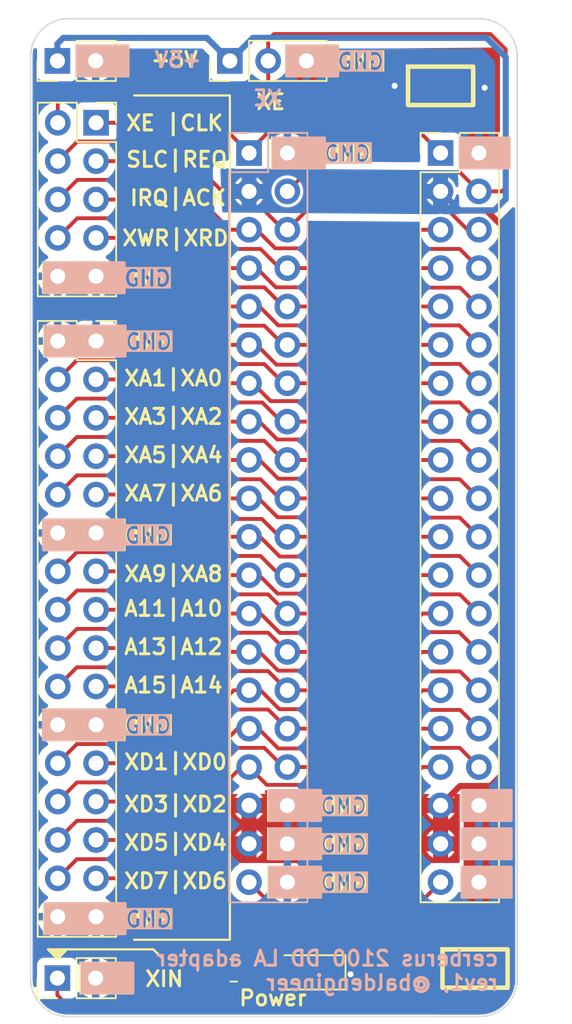
<source format=kicad_pcb>
(kicad_pcb
	(version 20240108)
	(generator "pcbnew")
	(generator_version "8.0")
	(general
		(thickness 1.6)
		(legacy_teardrops no)
	)
	(paper "A4")
	(title_block
		(title "CERBERUS 2100(tm) Digital Discovery(tm) Adapter")
		(date "2024-04-12")
		(rev "1")
		(company "@baldengineer")
	)
	(layers
		(0 "F.Cu" signal)
		(31 "B.Cu" signal)
		(32 "B.Adhes" user "B.Adhesive")
		(33 "F.Adhes" user "F.Adhesive")
		(34 "B.Paste" user)
		(35 "F.Paste" user)
		(36 "B.SilkS" user "B.Silkscreen")
		(37 "F.SilkS" user "F.Silkscreen")
		(38 "B.Mask" user)
		(39 "F.Mask" user)
		(40 "Dwgs.User" user "User.Drawings")
		(41 "Cmts.User" user "User.Comments")
		(42 "Eco1.User" user "User.Eco1")
		(43 "Eco2.User" user "User.Eco2")
		(44 "Edge.Cuts" user)
		(45 "Margin" user)
		(46 "B.CrtYd" user "B.Courtyard")
		(47 "F.CrtYd" user "F.Courtyard")
		(48 "B.Fab" user)
		(49 "F.Fab" user)
		(50 "User.1" user)
		(51 "User.2" user)
		(52 "User.3" user)
		(53 "User.4" user)
		(54 "User.5" user)
		(55 "User.6" user)
		(56 "User.7" user)
		(57 "User.8" user)
		(58 "User.9" user)
	)
	(setup
		(stackup
			(layer "F.SilkS"
				(type "Top Silk Screen")
				(color "White")
			)
			(layer "F.Paste"
				(type "Top Solder Paste")
			)
			(layer "F.Mask"
				(type "Top Solder Mask")
				(color "Purple")
				(thickness 0.01)
			)
			(layer "F.Cu"
				(type "copper")
				(thickness 0.035)
			)
			(layer "dielectric 1"
				(type "core")
				(color "FR4 natural")
				(thickness 1.51)
				(material "FR4")
				(epsilon_r 4.5)
				(loss_tangent 0.02)
			)
			(layer "B.Cu"
				(type "copper")
				(thickness 0.035)
			)
			(layer "B.Mask"
				(type "Bottom Solder Mask")
				(color "Purple")
				(thickness 0.01)
			)
			(layer "B.Paste"
				(type "Bottom Solder Paste")
			)
			(layer "B.SilkS"
				(type "Bottom Silk Screen")
				(color "White")
			)
			(copper_finish "ENIG")
			(dielectric_constraints no)
		)
		(pad_to_mask_clearance 0.0508)
		(allow_soldermask_bridges_in_footprints no)
		(pcbplotparams
			(layerselection 0x00010fc_ffffffff)
			(plot_on_all_layers_selection 0x0000000_00000000)
			(disableapertmacros no)
			(usegerberextensions no)
			(usegerberattributes yes)
			(usegerberadvancedattributes yes)
			(creategerberjobfile yes)
			(dashed_line_dash_ratio 12.000000)
			(dashed_line_gap_ratio 3.000000)
			(svgprecision 4)
			(plotframeref no)
			(viasonmask no)
			(mode 1)
			(useauxorigin no)
			(hpglpennumber 1)
			(hpglpenspeed 20)
			(hpglpendiameter 15.000000)
			(pdf_front_fp_property_popups yes)
			(pdf_back_fp_property_popups yes)
			(dxfpolygonmode yes)
			(dxfimperialunits yes)
			(dxfusepcbnewfont yes)
			(psnegative no)
			(psa4output no)
			(plotreference yes)
			(plotvalue yes)
			(plotfptext yes)
			(plotinvisibletext no)
			(sketchpadsonfab no)
			(subtractmaskfromsilk no)
			(outputformat 1)
			(mirror no)
			(drillshape 0)
			(scaleselection 1)
			(outputdirectory "dd la adapter gerbs v1/")
		)
	)
	(net 0 "")
	(net 1 "/XA3")
	(net 2 "GND")
	(net 3 "/XA8")
	(net 4 "/XA11")
	(net 5 "/XD6")
	(net 6 "/XBUSREQ")
	(net 7 "/XD3")
	(net 8 "/XA7")
	(net 9 "/XA0")
	(net 10 "/XD0")
	(net 11 "+5V")
	(net 12 "/XE")
	(net 13 "/XCLK")
	(net 14 "/XWR")
	(net 15 "/XA14")
	(net 16 "/XIRQ")
	(net 17 "/XA2")
	(net 18 "/XA6")
	(net 19 "/XD1")
	(net 20 "/XA15")
	(net 21 "/XD2")
	(net 22 "/XA13")
	(net 23 "/XD5")
	(net 24 "/XA5")
	(net 25 "/XSLC")
	(net 26 "/XA10")
	(net 27 "/XRD")
	(net 28 "/XA12")
	(net 29 "/XBUSACK")
	(net 30 "/XA4")
	(net 31 "/XA9")
	(net 32 "/XD4")
	(net 33 "/XA1")
	(net 34 "/XIN")
	(net 35 "/XD7")
	(net 36 "Net-(D1-A)")
	(footprint "Connector_PinSocket_2.54mm:PinSocket_2x16_P2.54mm_Vertical" (layer "F.Cu") (at 139.72 78.486))
	(footprint "My Libraries:Harwin-S1751-46-Test-Point" (layer "F.Cu") (at 164.846 120.015))
	(footprint "LED_SMD:LED_1206_3216Metric_Pad1.42x1.75mm_HandSolder" (layer "F.Cu") (at 153.797 120.269 180))
	(footprint "Connector_PinHeader_2.54mm:PinHeader_1x02_P2.54mm_Vertical" (layer "F.Cu") (at 137.155 120.65 90))
	(footprint "My Libraries:Harwin-S1751-46-Test-Point" (layer "F.Cu") (at 162.56 61.595))
	(footprint "Connector_PinHeader_2.54mm:PinHeader_1x02_P2.54mm_Vertical" (layer "F.Cu") (at 137.155 59.944 90))
	(footprint "Connector_PinHeader_2.54mm:PinHeader_2x20_P2.54mm_Vertical" (layer "F.Cu") (at 162.56 66.039293))
	(footprint "Connector_PinSocket_2.54mm:PinSocket_2x05_P2.54mm_Vertical" (layer "F.Cu") (at 139.72 64.038))
	(footprint "Resistor_SMD:R_0805_2012Metric_Pad1.20x1.40mm_HandSolder" (layer "F.Cu") (at 148.844 120.142))
	(footprint "Connector_PinHeader_2.54mm:PinHeader_1x03_P2.54mm_Vertical" (layer "F.Cu") (at 148.59 59.944 90))
	(footprint "Connector_PinSocket_2.54mm:PinSocket_2x20_P2.54mm_Vertical" (layer "B.Cu") (at 149.86 66.04 180))
	(gr_rect
		(start 136.2075 90.297)
		(end 141.5415 92.329)
		(stroke
			(width 0.15)
			(type default)
		)
		(fill solid)
		(layer "B.SilkS")
		(uuid "0afa244b-9ace-40d3-abc2-2286dce6d0d0")
	)
	(gr_rect
		(start 136.271 73.279)
		(end 141.605 75.311)
		(stroke
			(width 0.15)
			(type default)
		)
		(fill solid)
		(layer "B.SilkS")
		(uuid "1078a740-b001-4cba-8983-d1d7f535e54c")
	)
	(gr_rect
		(start 163.957 113.284)
		(end 167.259 115.316)
		(stroke
			(width 0.15)
			(type default)
		)
		(fill solid)
		(layer "B.SilkS")
		(uuid "45039e5a-c778-42f5-a633-735dde6c2276")
	)
	(gr_rect
		(start 138.43 58.928)
		(end 141.859 60.96)
		(stroke
			(width 0.15)
			(type default)
		)
		(fill solid)
		(layer "B.SilkS")
		(uuid "4bb6320f-2ef5-4175-b7c3-1e39b306ff79")
	)
	(gr_rect
		(start 151.20227 110.744)
		(end 154.63127 112.776)
		(stroke
			(width 0.15)
			(type default)
		)
		(fill solid)
		(layer "B.SilkS")
		(uuid "500c1a96-92b1-4ea8-9999-59342bd0edb8")
	)
	(gr_rect
		(start 151.20227 108.204)
		(end 154.63127 110.236)
		(stroke
			(width 0.15)
			(type default)
		)
		(fill solid)
		(layer "B.SilkS")
		(uuid "68bcb524-8d9a-4873-b9ba-60ea779c75ff")
	)
	(gr_rect
		(start 136.3345 77.47)
		(end 141.6685 79.502)
		(stroke
			(width 0.15)
			(type default)
		)
		(fill solid)
		(layer "B.SilkS")
		(uuid "8a6db283-8bfe-4d3e-a187-76c01bb5f557")
	)
	(gr_rect
		(start 136.2075 102.87)
		(end 141.5415 104.902)
		(stroke
			(width 0.15)
			(type default)
		)
		(fill solid)
		(layer "B.SilkS")
		(uuid "8ddc9748-9c56-450b-8544-be77ae282bed")
	)
	(gr_rect
		(start 163.957 110.744)
		(end 167.259 112.776)
		(stroke
			(width 0.15)
			(type default)
		)
		(fill solid)
		(layer "B.SilkS")
		(uuid "ac37f3dc-c0cb-4c76-8d80-941970c137b1")
	)
	(gr_rect
		(start 151.20227 113.284)
		(end 154.63127 115.316)
		(stroke
			(width 0.15)
			(type default)
		)
		(fill solid)
		(layer "B.SilkS")
		(uuid "ae31de71-1815-4616-8433-deb132a06ec9")
	)
	(gr_rect
		(start 163.957 108.204)
		(end 167.259 110.236)
		(stroke
			(width 0.15)
			(type default)
		)
		(fill solid)
		(layer "B.SilkS")
		(uuid "c738ee78-137b-4826-83bb-73deecdc84fd")
	)
	(gr_rect
		(start 152.3365 58.928)
		(end 155.7655 60.96)
		(stroke
			(width 0.15)
			(type default)
		)
		(fill solid)
		(layer "B.SilkS")
		(uuid "d945c043-f29e-4d39-91d2-412f4d1df94a")
	)
	(gr_rect
		(start 151.45627 65.024)
		(end 154.88527 67.056)
		(stroke
			(width 0.15)
			(type default)
		)
		(fill solid)
		(layer "B.SilkS")
		(uuid "e5de12ec-6d06-4e3b-bb4e-b196dafa4535")
	)
	(gr_rect
		(start 163.83 65.024)
		(end 167.132 67.056)
		(stroke
			(width 0.15)
			(type default)
		)
		(fill solid)
		(layer "B.SilkS")
		(uuid "efa71fd7-0f62-4633-aaab-98b91ff35a52")
	)
	(gr_rect
		(start 136.3345 115.697)
		(end 141.6685 117.729)
		(stroke
			(width 0.15)
			(type default)
		)
		(fill solid)
		(layer "B.SilkS")
		(uuid "f6971f47-40a7-465b-b300-a8a597a35811")
	)
	(gr_rect
		(start 138.75627 119.634)
		(end 142.18527 121.666)
		(stroke
			(width 0.15)
			(type default)
		)
		(fill solid)
		(layer "B.SilkS")
		(uuid "fd92122e-8690-4d81-b642-c7c019316092")
	)
	(gr_line
		(start 137.16 118.745)
		(end 142.875 118.745)
		(stroke
			(width 0.15)
			(type default)
		)
		(layer "F.SilkS")
		(uuid "032a3915-4013-4a0a-892d-6889f4a39639")
	)
	(gr_rect
		(start 138.684 119.634)
		(end 142.113 121.666)
		(stroke
			(width 0.15)
			(type default)
		)
		(fill solid)
		(layer "F.SilkS")
		(uuid "090eb961-d802-4477-ab78-502081abdeeb")
	)
	(gr_rect
		(start 138.43 58.928)
		(end 141.859 60.96)
		(stroke
			(width 0.15)
			(type default)
		)
		(fill solid)
		(layer "F.SilkS")
		(uuid "1d2aaa72-dd8d-40d1-b644-39580573d22c")
	)
	(gr_line
		(start 143.51 118.745)
		(end 144.145 119.38)
		(stroke
			(width 0.15)
			(type default)
		)
		(layer "F.SilkS")
		(uuid "2a27b0bb-4506-484d-99a9-02ea27a5b040")
	)
	(gr_rect
		(start 160.401 60.325)
		(end 164.719 62.865)
		(stroke
			(width 0.3)
			(type default)
		)
		(fill none)
		(layer "F.SilkS")
		(uuid "2dc2ace9-7b03-4672-ac10-820228e0305a")
	)
	(gr_rect
		(start 136.271 77.47)
		(end 141.605 79.502)
		(stroke
			(width 0.15)
			(type default)
		)
		(fill solid)
		(layer "F.SilkS")
		(uuid "42220280-2ed2-49c3-ad1a-d5ace98334c0")
	)
	(gr_line
		(start 142.875 118.745)
		(end 143.51 118.745)
		(stroke
			(width 0.15)
			(type default)
		)
		(layer "F.SilkS")
		(uuid "51e32eb1-0243-4ca9-98e4-f90468e727b7")
	)
	(gr_rect
		(start 152.32773 58.928)
		(end 155.75673 60.96)
		(stroke
			(width 0.15)
			(type default)
		)
		(fill solid)
		(layer "F.SilkS")
		(uuid "5a47c980-e7a8-495c-9fbe-918c8ac7ea26")
	)
	(gr_rect
		(start 136.271 90.297)
		(end 141.605 92.329)
		(stroke
			(width 0.15)
			(type default)
		)
		(fill solid)
		(layer "F.SilkS")
		(uuid "5a63b9a2-3534-4327-a9d7-4d7267d8ea8a")
	)
	(gr_rect
		(start 151.384 65.024)
		(end 154.813 67.056)
		(stroke
			(width 0.15)
			(type default)
		)
		(fill solid)
		(layer "F.SilkS")
		(uuid "8e13b2d7-5010-4659-aa6e-203d03f168ab")
	)
	(gr_rect
		(start 163.83 65.024)
		(end 167.132 67.056)
		(stroke
			(width 0.15)
			(type default)
		)
		(fill solid)
		(layer "F.SilkS")
		(uuid "93a7ee4d-5078-44c4-9d62-c3488ed41016")
	)
	(gr_rect
		(start 163.957 113.284)
		(end 167.259 115.316)
		(stroke
			(width 0.15)
			(type default)
		)
		(fill solid)
		(layer "F.SilkS")
		(uuid "9687947f-a589-4e04-a309-b95c5cc61e71")
	)
	(gr_poly
		(pts
			(xy 137.795 118.745) (xy 137.16 119.38) (xy 136.525 118.745)
		)
		(stroke
			(width 0.15)
			(type solid)
		)
		(fill solid)
		(layer "F.SilkS")
		(uuid "ab303b84-577e-4754-a81d-585ade1732b5")
	)
	(gr_line
		(start 142.24 62.23)
		(end 148.59 62.23)
		(stroke
			(width 0.15)
			(type default)
		)
		(layer "F.SilkS")
		(uuid "ab58c26e-d8a2-4e1a-a40c-85786f701939")
	)
	(gr_rect
		(start 151.13 110.744)
		(end 154.559 112.776)
		(stroke
			(width 0.15)
			(type default)
		)
		(fill solid)
		(layer "F.SilkS")
		(uuid "b9efeb12-e318-434e-be9b-4e8adeb77d22")
	)
	(gr_rect
		(start 163.957 108.204)
		(end 167.259 110.236)
		(stroke
			(width 0.15)
			(type default)
		)
		(fill solid)
		(layer "F.SilkS")
		(uuid "c01202c2-6ff6-4ee4-8093-f81333f7e16a")
	)
	(gr_rect
		(start 151.13 108.204)
		(end 154.559 110.236)
		(stroke
			(width 0.15)
			(type default)
		)
		(fill solid)
		(layer "F.SilkS")
		(uuid "d1b7e80a-9862-40d5-b5b7-430d07dca29e")
	)
	(gr_line
		(start 148.59 118.11)
		(end 142.24 118.11)
		(stroke
			(width 0.15)
			(type default)
		)
		(layer "F.SilkS")
		(uuid "d98521d2-fb60-4bed-8998-edd4a0269d13")
	)
	(gr_rect
		(start 163.957 110.744)
		(end 167.259 112.776)
		(stroke
			(width 0.15)
			(type default)
		)
		(fill solid)
		(layer "F.SilkS")
		(uuid "e063e158-c370-4e75-9edd-753290971f9a")
	)
	(gr_line
		(start 144.145 119.38)
		(end 144.145 119.761)
		(stroke
			(width 0.15)
			(type default)
		)
		(layer "F.SilkS")
		(uuid "eb0d7534-dee7-47da-b95e-faaf450434d0")
	)
	(gr_rect
		(start 162.687 118.745)
		(end 167.005 121.285)
		(stroke
			(width 0.3)
			(type default)
		)
		(fill none)
		(layer "F.SilkS")
		(uuid "ed786201-766e-4109-ba32-eacd3881d6e1")
	)
	(gr_line
		(start 137.16 119.38)
		(end 137.16 118.745)
		(stroke
			(width 0.15)
			(type default)
		)
		(layer "F.SilkS")
		(uuid "edb0e65d-e589-4ba0-aa95-644a7a2d8f74")
	)
	(gr_rect
		(start 136.271 115.697)
		(end 141.605 117.729)
		(stroke
			(width 0.15)
			(type default)
		)
		(fill solid)
		(layer "F.SilkS")
		(uuid "ede27628-0c34-470e-9fef-e52d7a5a6dba")
	)
	(gr_rect
		(start 151.13 113.284)
		(end 154.559 115.316)
		(stroke
			(width 0.15)
			(type default)
		)
		(fill solid)
		(layer "F.SilkS")
		(uuid "f28b60c6-4d96-43a8-8c68-2f5c0aa66833")
	)
	(gr_rect
		(start 136.271 102.87)
		(end 141.605 104.902)
		(stroke
			(width 0.15)
			(type default)
		)
		(fill solid)
		(layer "F.SilkS")
		(uuid "f28ee3c3-9ed8-4838-9502-aff649349fff")
	)
	(gr_rect
		(start 136.2075 73.279)
		(end 141.5415 75.311)
		(stroke
			(width 0.15)
			(type default)
		)
		(fill solid)
		(layer "F.SilkS")
		(uuid "fc411e34-0cbb-4e24-9a23-abdd1bb7f0c4")
	)
	(gr_line
		(start 148.59 62.23)
		(end 148.59 118.11)
		(stroke
			(width 0.15)
			(type default)
		)
		(layer "F.SilkS")
		(uuid "fed7d201-373f-4882-a46f-a34738a87a62")
	)
	(gr_arc
		(start 165.14 57.15)
		(mid 166.907767 57.882233)
		(end 167.64 59.65)
		(stroke
			(width 0.1)
			(type default)
		)
		(layer "Edge.Cuts")
		(uuid "192db2c2-b298-4bd7-8b07-d844ca307433")
	)
	(gr_line
		(start 135.382 120.69)
		(end 135.382 59.65)
		(stroke
			(width 0.1)
			(type default)
		)
		(layer "Edge.Cuts")
		(uuid "1a44742e-e999-4816-811c-76b2d40c080a")
	)
	(gr_line
		(start 165.14 123.19)
		(end 137.882 123.19)
		(stroke
			(width 0.1)
			(type default)
		)
		(layer "Edge.Cuts")
		(uuid "89b371ab-01d4-47d3-876d-f50f648e85e9")
	)
	(gr_arc
		(start 137.882 123.19)
		(mid 136.114233 122.457767)
		(end 135.382 120.69)
		(stroke
			(width 0.1)
			(type default)
		)
		(layer "Edge.Cuts")
		(uuid "c375fdb0-b6d7-4b8a-8958-b025c0b1bb2e")
	)
	(gr_line
		(start 167.64 59.65)
		(end 167.64 120.69)
		(stroke
			(width 0.1)
			(type default)
		)
		(layer "Edge.Cuts")
		(uuid "cb96f925-a9e1-4098-9cc0-b2ef63cb01d6")
	)
	(gr_arc
		(start 167.64 120.69)
		(mid 166.907767 122.457767)
		(end 165.14 123.19)
		(stroke
			(width 0.1)
			(type default)
		)
		(layer "Edge.Cuts")
		(uuid "e3bf6a8e-4cbb-4da1-a9ba-84c54b487088")
	)
	(gr_line
		(start 137.882 57.15)
		(end 165.14 57.15)
		(stroke
			(width 0.1)
			(type default)
		)
		(layer "Edge.Cuts")
		(uuid "e755552f-53e9-4168-9bf3-fc9c4fe85004")
	)
	(gr_arc
		(start 135.382 59.65)
		(mid 136.114233 57.882233)
		(end 137.882 57.15)
		(stroke
			(width 0.1)
			(type default)
		)
		(layer "Edge.Cuts")
		(uuid "eb99d9dd-e97f-4b7f-bd5f-71b2a952a937")
	)
	(gr_text "GND"
		(at 144.78 74.93 0)
		(layer "B.SilkS" knockout)
		(uuid "048c2fcf-7312-46dc-b4ee-a3410fca7495")
		(effects
			(font
				(size 1 1)
				(thickness 0.2)
				(bold yes)
			)
			(justify left bottom mirror)
		)
	)
	(gr_text "+5V"
		(at 146.812 60.452 -0)
		(layer "B.SilkS")
		(uuid "05473546-9bc2-435a-9884-eaba02317292")
		(effects
			(font
				(size 1 1)
				(thickness 0.2)
			)
			(justify left bottom mirror)
		)
	)
	(gr_text "XE"
		(at 152.146 62.992 -0)
		(layer "B.SilkS")
		(uuid "1a87dd0d-b907-4602-9053-8b91854a5005")
		(effects
			(font
				(size 1 1)
				(thickness 0.2)
			)
			(justify left bottom mirror)
		)
	)
	(gr_text "GND"
		(at 144.907 79.121 0)
		(layer "B.SilkS" knockout)
		(uuid "549db3dd-e120-4e0b-96ac-77a458d20bf4")
		(effects
			(font
				(size 1 1)
				(thickness 0.2)
				(bold yes)
			)
			(justify left bottom mirror)
		)
	)
	(gr_text "GND"
		(at 157.861 112.395 0)
		(layer "B.SilkS" knockout)
		(uuid "61dbd363-3ace-4fa3-9716-6cf8615b10b4")
		(effects
			(font
				(size 1 1)
				(thickness 0.2)
				(bold yes)
			)
			(justify left bottom mirror)
		)
	)
	(gr_text "GND"
		(at 157.861 114.935 0)
		(layer "B.SilkS" knockout)
		(uuid "a2341013-6ee2-43e3-956b-2e90bb8cafd2")
		(effects
			(font
				(size 1 1)
				(thickness 0.2)
				(bold yes)
			)
			(justify left bottom mirror)
		)
	)
	(gr_text "GND"
		(at 144.78 104.521 0)
		(layer "B.SilkS" knockout)
		(uuid "a878a167-7f58-45ce-b587-0be79c92bb04")
		(effects
			(font
				(size 1 1)
				(thickness 0.2)
				(bold yes)
			)
			(justify left bottom mirror)
		)
	)
	(gr_text "GND"
		(at 144.907 117.348 0)
		(layer "B.SilkS" knockout)
		(uuid "aec82222-88d1-4760-b0d8-904cc4ed5f92")
		(effects
			(font
				(size 1 1)
				(thickness 0.2)
				(bold yes)
			)
			(justify left bottom mirror)
		)
	)
	(gr_text "GND"
		(at 157.861 109.855 0)
		(layer "B.SilkS" knockout)
		(uuid "cd3efed9-c637-4895-b49e-aecac3cda7af")
		(effects
			(font
				(size 1 1)
				(thickness 0.2)
				(bold yes)
			)
			(justify left bottom mirror)
		)
	)
	(gr_text "cerberus 2100 DD LA adapter\nrev1, @baldengineer"
		(at 166.497 121.539 0)
		(layer "B.SilkS")
		(uuid "d2a4c262-0be6-4a00-8933-f69c562192dc")
		(effects
			(font
				(size 1 1)
				(thickness 0.2)
				(bold yes)
			)
			(justify left bottom mirror)
		)
	)
	(gr_text "GND"
		(at 158.877 60.579 0)
		(layer "B.SilkS" knockout)
		(uuid "e32ce67a-2078-4717-9e3c-395e765cc71c")
		(effects
			(font
				(size 1 1)
				(thickness 0.2)
				(bold yes)
			)
			(justify left bottom mirror)
		)
	)
	(gr_text "GND"
		(at 144.78 91.948 0)
		(layer "B.SilkS" knockout)
		(uuid "e9a3c0bb-e589-4e38-8e60-789a6416a637")
		(effects
			(font
				(size 1 1)
				(thickness 0.2)
				(bold yes)
			)
			(justify left bottom mirror)
		)
	)
	(gr_text "GND"
		(at 158.115 66.675 0)
		(layer "B.SilkS" knockout)
		(uuid "ea4f8493-6826-4253-a011-78ac3072daaf")
		(effects
			(font
				(size 1 1)
				(thickness 0.2)
				(bold yes)
			)
			(justify left bottom mirror)
		)
	)
	(gr_text "Power"
		(at 149.098 122.555 0)
		(layer "F.SilkS")
		(uuid "0190aca2-2994-446e-a132-33ecc53d272f")
		(effects
			(font
				(size 1 1)
				(thickness 0.2)
				(bold yes)
			)
			(justify left bottom)
		)
	)
	(gr_text "GND"
		(at 154.686 66.675 0)
		(layer "F.SilkS" knockout)
		(uuid "03ff0fc2-e845-4648-989b-43310b1f3104")
		(effects
			(font
				(size 1 1)
				(thickness 0.2)
				(bold yes)
			)
			(justify left bottom)
		)
	)
	(gr_text "XA5|XA4"
		(at 141.478 86.614 0)
		(layer "F.SilkS")
		(uuid "086e8a4e-fa3d-44d2-a7cd-a0e6c4f124ca")
		(effects
			(font
				(size 1 1)
				(thickness 0.2)
			)
			(justify left bottom)
		)
	)
	(gr_text "A15|A14"
		(at 141.478 101.854 0)
		(layer "F.SilkS")
		(uuid "181ee12d-2a77-4334-9308-57aad6733365")
		(effects
			(font
				(size 1 1)
				(thickness 0.2)
			)
			(justify left bottom)
		)
	)
	(gr_text "GND"
		(at 141.478 74.93 0)
		(layer "F.SilkS" knockout)
		(uuid "187c07b7-6c18-4584-9e3e-5473b7620bca")
		(effects
			(font
				(size 1 1)
				(thickness 0.2)
				(bold yes)
			)
			(justify left bottom)
		)
	)
	(gr_text "GND"
		(at 141.5415 91.948 0)
		(layer "F.SilkS" knockout)
		(uuid "1dc6be5f-acab-4632-b0d9-01b0c48be14c")
		(effects
			(font
				(size 1 1)
				(thickness 0.2)
				(bold yes)
			)
			(justify left bottom)
		)
	)
	(gr_text "A11|A10"
		(at 141.478 96.774 0)
		(layer "F.SilkS")
		(uuid "261319ee-1927-43f2-874d-ad03874f2bed")
		(effects
			(font
				(size 1 1)
				(thickness 0.2)
			)
			(justify left bottom)
		)
	)
	(gr_text "XD5|XD4"
		(at 141.478 112.268 0)
		(layer "F.SilkS")
		(uuid "2aa8c31b-3f60-48d6-9da3-33510afd3749")
		(effects
			(font
				(size 1 1)
				(thickness 0.2)
			)
			(justify left bottom)
		)
	)
	(gr_text "IRQ|ACK"
		(at 141.859 69.596 0)
		(layer "F.SilkS")
		(uuid "49f61a2a-9abe-4d92-b6a3-6338f7119b27")
		(effects
			(font
				(size 1 1)
				(thickness 0.2)
			)
			(justify left bottom)
		)
	)
	(gr_text "XD3|XD2"
		(at 141.478 109.728 0)
		(layer "F.SilkS")
		(uuid "52a5d7bc-f9c8-430b-b9ac-6e81c88a90fd")
		(effects
			(font
				(size 1 1)
				(thickness 0.2)
			)
			(justify left bottom)
		)
	)
	(gr_text "XA7|XA6"
		(at 141.478 89.154 0)
		(layer "F.SilkS")
		(uuid "56ada0d0-dadd-4ea0-8d4d-75e961bc0e6a")
		(effects
			(font
				(size 1 1)
				(thickness 0.2)
			)
			(justify left bottom)
		)
	)
	(gr_text "+5V"
		(at 143.256 60.452 0)
		(layer "F.SilkS")
		(uuid "67d2a274-9e83-453c-85d7-70d8e3d4696b")
		(effects
			(font
				(size 1 1)
				(thickness 0.2)
			)
			(justify left bottom)
		)
	)
	(gr_text "XE |CLK"
		(at 141.605 64.643 0)
		(layer "F.SilkS")
		(uuid "829a434a-6a57-4645-8feb-9965c81f5a3c")
		(effects
			(font
				(size 1 1)
				(thickness 0.2)
			)
			(justify left bottom)
		)
	)
	(gr_text "GND"
		(at 141.5415 104.521 0)
		(layer "F.SilkS" knockout)
		(uuid "87491ab9-1233-4462-9942-515ece2d03ab")
		(effects
			(font
				(size 1 1)
				(thickness 0.2)
				(bold yes)
			)
			(justify left bottom)
		)
	)
	(gr_text "XIN"
		(at 142.875 121.285 0)
		(layer "F.SilkS")
		(uuid "87fd418d-6333-4783-a896-fc8d5f97b96a")
		(effects
			(font
				(size 1 1)
				(thickness 0.2)
			)
			(justify left bottom)
		)
	)
	(gr_text "XD1|XD0"
		(at 141.478 106.934 0)
		(layer "F.SilkS")
		(uuid "89ea3cde-6ff6-44f5-bbf5-66e3b627d49f")
		(effects
			(font
				(size 1 1)
				(thickness 0.2)
			)
			(justify left bottom)
		)
	)
	(gr_text "SLC|REQ"
		(at 141.605 67.056 0)
		(layer "F.SilkS")
		(uuid "8c1c0de2-d766-4129-b041-c46333933929")
		(effects
			(font
				(size 1 1)
				(thickness 0.2)
			)
			(justify left bottom)
		)
	)
	(gr_text "GND"
		(at 155.62973 60.579 0)
		(layer "F.SilkS" knockout)
		(uuid "8ead0bf0-d26f-4eb6-8472-241fec7e9c7f")
		(effects
			(font
				(size 1 1)
				(thickness 0.2)
				(bold yes)
			)
			(justify left bottom)
		)
	)
	(gr_text "XA3|XA2"
		(at 141.478 84.074 0)
		(layer "F.SilkS")
		(uuid "91980d32-523e-4e57-a3cc-b3166bcb3372")
		(effects
			(font
				(size 1 1)
				(thickness 0.2)
			)
			(justify left bottom)
		)
	)
	(gr_text "XE"
		(at 150.241 63.246 0)
		(layer "F.SilkS")
		(uuid "99f93e42-f380-4d2c-a328-5891b27b8343")
		(effects
			(font
				(size 1 1)
				(thickness 0.2)
			)
			(justify left bottom)
		)
	)
	(gr_text "A13|A12"
		(at 141.478 99.314 0)
		(layer "F.SilkS")
		(uuid "a1dd7cf0-5e14-4bae-8acd-515d9ef686ee")
		(effects
			(font
				(size 1 1)
				(thickness 0.2)
			)
			(justify left bottom)
		)
	)
	(gr_text "GND"
		(at 154.432 109.855 0)
		(layer "F.SilkS" knockout)
		(uuid "a4ef8ad5-ceac-4ad8-99fa-52802b998748")
		(effects
			(font
				(size 1 1)
				(thickness 0.2)
				(bold yes)
			)
			(justify left bottom)
		)
	)
	(gr_text "XWR|XRD"
		(at 141.351 72.263 0)
		(layer "F.SilkS")
		(uuid "ab1695f8-9f86-46bf-9235-28e0f15b45fe")
		(effects
			(font
				(size 1 1)
				(thickness 0.2)
			)
			(justify left bottom)
		)
	)
	(gr_text "GND"
		(at 154.432 112.395 0)
		(layer "F.SilkS" knockout)
		(uuid "becd68a1-8e8c-4634-87b6-c636acbaaf01")
		(effects
			(font
				(size 1 1)
				(thickness 0.2)
				(bold yes)
			)
			(justify left bottom)
		)
	)
	(gr_text "GND"
		(at 141.5415 117.348 0)
		(layer "F.SilkS" knockout)
		(uuid "e30b47df-acb4-441b-9021-898924200a8f")
		(effects
			(font
				(size 1 1)
				(thickness 0.2)
				(bold yes)
			)
			(justify left bottom)
		)
	)
	(gr_text "XD7|XD6"
		(at 141.478 114.808 0)
		(layer "F.SilkS")
		(uuid "e4e93bbc-11ab-48b9-bd97-638f78dbf236")
		(effects
			(font
				(size 1 1)
				(thickness 0.2)
			)
			(justify left bottom)
		)
	)
	(gr_text "XA9|XA8"
		(at 141.478 94.488 0)
		(layer "F.SilkS")
		(uuid "ef7a80a7-4791-4526-841b-adefc6224cba")
		(effects
			(font
				(size 1 1)
				(thickness 0.2)
			)
			(justify left bottom)
		)
	)
	(gr_text "XA1|XA0"
		(at 141.478 81.534 0)
		(layer "F.SilkS")
		(uuid "f18b1830-6290-471f-a940-aa57425ab29e")
		(effects
			(font
				(size 1 1)
				(thickness 0.2)
			)
			(justify left bottom)
		)
	)
	(gr_text "GND"
		(at 141.5415 79.121 0)
		(layer "F.SilkS" knockout)
		(uuid "fbe6a006-cf92-4636-a49f-3730a329cf84")
		(effects
			(font
				(size 1 1)
				(thickness 0.2)
				(bold yes)
			)
			(justify left bottom)
		)
	)
	(gr_text "GND"
		(at 154.432 114.935 0)
		(layer "F.SilkS" knockout)
		(uuid "fdd26306-8d41-485a-bc80-ae078fef8156")
		(effects
			(font
				(size 1 1)
				(thickness 0.2)
				(bold yes)
			)
			(justify left bottom)
		)
	)
	(segment
		(start 141.986 82.296)
		(end 144.272 80.01)
		(width 0.254)
		(layer "F.Cu")
		(net 1)
		(uuid "07d5b068-ac8c-48a0-a64d-b6e1758b9e04")
	)
	(segment
		(start 163.85 80.03)
		(end 163.85 80)
		(width 0.254)
		(layer "F.Cu")
		(net 1)
		(uuid "15447f40-3e09-4021-887b-3df4bab74e3a")
	)
	(segment
		(start 159.25 81.3)
		(end 159.23 81.28)
		(width 0.254)
		(layer "F.Cu")
		(net 1)
		(uuid "183ca471-5b9e-488a-9b20-d5eead0c022b")
	)
	(segment
		(start 159.23 81.28)
		(end 152.4 81.28)
		(width 0.254)
		(layer "F.Cu")
		(net 1)
		(uuid "19344c7b-5299-498d-abfd-acfe4280311f")
	)
	(segment
		(start 138.43 82.316)
		(end 138.43 82.296)
		(width 0.254)
		(layer "F.Cu")
		(net 1)
		(uuid "1c16570e-ec26-4124-9df3-4371e2a2857b")
	)
	(segment
		(start 138.43 82.296)
		(end 141.986 82.296)
		(width 0.254)
		(layer "F.Cu")
		(net 1)
		(uuid "1f126a68-b158-4acf-9b3b-cb5d7f16f147")
	)
	(segment
		(start 160.75 80)
		(end 159.45 81.3)
		(width 0.254)
		(layer "F.Cu")
		(net 1)
		(uuid "5accb92a-3290-4a6f-92bf-187f57958eb3")
	)
	(segment
		(start 137.18 83.566)
		(end 138.43 82.316)
		(width 0.254)
		(layer "F.Cu")
		(net 1)
		(uuid "8bb3e670-3a9d-4c46-8985-a8fba81a5e76")
	)
	(segment
		(start 152.146 81.28)
		(end 152.4 81.28)
		(width 0.254)
		(layer "F.Cu")
		(net 1)
		(uuid "a9b7fbe3-d407-4b38-82d9-1265b401e341")
	)
	(segment
		(start 144.272 80.01)
		(end 150.876 80.01)
		(width 0.254)
		(layer "F.Cu")
		(net 1)
		(uuid "ac629aa0-57ca-4c40-ad71-14ee434a8e79")
	)
	(segment
		(start 163.85 80)
		(end 160.75 80)
		(width 0.254)
		(layer "F.Cu")
		(net 1)
		(uuid "aeb7c323-f2ac-4769-a302-0da9e1f7900c")
	)
	(segment
		(start 150.876 80.01)
		(end 152.146 81.28)
		(width 0.254)
		(layer "F.Cu")
		(net 1)
		(uuid "c9d6cf2c-0872-4f24-98e9-13b80c7277f9")
	)
	(segment
		(start 159.45 81.3)
		(end 159.25 81.3)
		(width 0.254)
		(layer "F.Cu")
		(net 1)
		(uuid "d007a1cb-9b9f-4db2-8f6c-92b36b86e898")
	)
	(segment
		(start 165.1 81.28)
		(end 163.85 80.03)
		(width 0.254)
		(layer "F.Cu")
		(net 1)
		(uuid "fcdd444b-191e-4857-b224-2775be5353bc")
	)
	(segment
		(start 156.464 120.269)
		(end 156.591 120.396)
		(width 0.254)
		(layer "F.Cu")
		(net 2)
		(uuid "8cb40ce6-8639-4a47-973a-b90dda5f6cf0")
	)
	(segment
		(start 155.2845 120.269)
		(end 156.464 120.269)
		(width 0.254)
		(layer "F.Cu")
		(net 2)
		(uuid "e73a0c9f-fc41-4e95-9a71-435294cbf656")
	)
	(via
		(at 156.591 120.396)
		(size 0.8)
		(drill 0.4)
		(layers "F.Cu" "B.Cu")
		(teardrops
			(best_length_ratio 0.5)
			(max_length 1)
			(best_width_ratio 1)
			(max_width 2)
			(curve_points 5)
			(filter_ratio 0.9)
			(enabled no)
			(allow_two_segments yes)
			(prefer_zone_connections yes)
		)
		(net 2)
		(uuid "4971fcbb-7ce6-4c23-af47-fdb564d59cdc")
	)
	(via
		(at 159.512 61.595)
		(size 0.8)
		(drill 0.4)
		(layers "F.Cu" "B.Cu")
		(free yes)
		(net 2)
		(uuid "8910c19a-27ed-4b22-9d51-689134d4cf7e")
	)
	(via
		(at 165.481 61.722)
		(size 0.8)
		(drill 0.4)
		(layers "F.Cu" "B.Cu")
		(free yes)
		(net 2)
		(uuid "9994670d-ff71-4dd3-9249-22483c63fde6")
	)
	(segment
		(start 150.5 88.9)
		(end 151.75 90.15)
		(width 0.254)
		(layer "F.Cu")
		(net 3)
		(uuid "23d86a41-4d93-46ae-8e47-4cf905d2975b")
	)
	(segment
		(start 151.75 90.15)
		(end 159.6 90.15)
		(width 0.254)
		(layer "F.Cu")
		(net 3)
		(uuid "5318db4d-f325-4c7b-bf1e-3d0c906b14ba")
	)
	(segment
		(start 160.85 88.9)
		(end 162.56 88.9)
		(width 0.254)
		(layer "F.Cu")
		(net 3)
		(uuid "577f5930-ba79-45e1-9d56-9027a06718fb")
	)
	(segment
		(start 149.86 88.9)
		(end 150.5 88.9)
		(width 0.254)
		(layer "F.Cu")
		(net 3)
		(uuid "7be31f69-b36c-46fa-afca-cc21cc5ac8aa")
	)
	(segment
		(start 139.72 93.726)
		(end 143.002 93.726)
		(width 0.254)
		(layer "F.Cu")
		(net 3)
		(uuid "a5496906-948b-47fb-a4cd-a6aaaef70294")
	)
	(segment
		(start 159.6 90.15)
		(end 160.85 88.9)
		(width 0.254)
		(layer "F.Cu")
		(net 3)
		(uuid "b485b61e-a64f-451d-bd5c-9de7263dd232")
	)
	(segment
		(start 147.828 88.9)
		(end 149.86 88.9)
		(width 0.254)
		(layer "F.Cu")
		(net 3)
		(uuid "c780e529-0297-4dd1-9592-0d767dd3b875")
	)
	(segment
		(start 143.002 93.726)
		(end 147.828 88.9)
		(width 0.254)
		(layer "F.Cu")
		(net 3)
		(uuid "d994d2e6-c7b5-4387-a4ff-3a30c2e7e3e6")
	)
	(segment
		(start 150.7118 90.2598)
		(end 151.892 91.44)
		(width 0.254)
		(layer "F.Cu")
		(net 4)
		(uuid "13f2788d-b082-4e6d-beeb-18f06c5c926c")
	)
	(segment
		(start 163.83 90.17)
		(end 160.78 90.17)
		(width 0.254)
		(layer "F.Cu")
		(net 4)
		(uuid "27609fdf-1ed3-4e39-bab6-7c6cd0a481b9")
	)
	(segment
		(start 137.18 96.266)
		(end 138.45 94.996)
		(width 0.254)
		(layer "F.Cu")
		(net 4)
		(uuid "3c581cca-bbb4-4658-a167-19667ff85232")
	)
	(segment
		(start 148.2462 90.2598)
		(end 150.7118 90.2598)
		(width 0.254)
		(layer "F.Cu")
		(net 4)
		(uuid "55dd2e19-509f-40f2-9e09-23ed27c05bc5")
	)
	(segment
		(start 143.51 94.996)
		(end 148.2462 90.2598)
		(width 0.254)
		(layer "F.Cu")
		(net 4)
		(uuid "5e2ebf80-90ee-427c-aafb-c7b7c42da256")
	)
	(segment
		(start 159.51 91.44)
		(end 152.4 91.44)
		(width 0.254)
		(layer "F.Cu")
		(net 4)
		(uuid "60ed89fe-50ea-4dad-8ee7-3b22012236a0")
	)
	(segment
		(start 165.1 91.44)
		(end 163.83 90.17)
		(width 0.254)
		(layer "F.Cu")
		(net 4)
		(uuid "82b026b5-f979-4aac-8571-d9a8243c68ff")
	)
	(segment
		(start 138.45 94.996)
		(end 143.51 94.996)
		(width 0.254)
		(layer "F.Cu")
		(net 4)
		(uuid "99cbc763-5f9c-488a-a028-72db81a4a864")
	)
	(segment
		(start 151.892 91.44)
		(end 152.4 91.44)
		(width 0.254)
		(layer "F.Cu")
		(net 4)
		(uuid "9db3494c-7838-41c0-b400-b282d1fe07dd")
	)
	(segment
		(start 160.78 90.17)
		(end 159.51 91.44)
		(width 0.254)
		(layer "F.Cu")
		(net 4)
		(uuid "ff68f910-5859-4e8c-84d5-61fd2a209810")
	)
	(segment
		(start 141.986 114.046)
		(end 149.352 106.68)
		(width 0.254)
		(layer "F.Cu")
		(net 5)
		(uuid "0f4f1fd1-4cf9-4925-a1af-d75bf19a98b0")
	)
	(segment
		(start 160.177719 107.8602)
		(end 161.357919 106.68)
		(width 0.254)
		(layer "F.Cu")
		(net 5)
		(uuid "57860f7a-4586-465d-9cb0-e681f08cd4a2")
	)
	(segment
		(start 149.352 106.68)
		(end 149.86 106.68)
		(width 0.254)
		(layer "F.Cu")
		(net 5)
		(uuid "660f6476-c962-46a7-a5c6-b8572b766702")
	)
	(segment
		(start 151.0402 107.8602)
		(end 160.177719 107.8602)
		(width 0.254)
		(layer "F.Cu")
		(net 5)
		(uuid "9e6064a3-0357-4d43-944c-2c8d180458c6")
	)
	(segment
		(start 139.72 114.046)
		(end 141.986 114.046)
		(width 0.254)
		(layer "F.Cu")
		(net 5)
		(uuid "e826118e-a7c5-46d8-816d-4274b399e87a")
	)
	(segment
		(start 149.86 106.68)
		(end 151.0402 107.8602)
		(width 0.254)
		(layer "F.Cu")
		(net 5)
		(uuid "ed389dcd-bb48-42de-a7ec-988def645ff0")
	)
	(segment
		(start 161.357919 106.68)
		(end 162.56 106.68)
		(width 0.254)
		(layer "F.Cu")
		(net 5)
		(uuid "f71126c0-e850-4813-8623-fbddc8679cf3")
	)
	(segment
		(start 149.86 71.12)
		(end 148.59 71.12)
		(width 0.254)
		(layer "F.Cu")
		(net 6)
		(uuid "4ac95657-1c72-4fdf-b64a-4b1fad86fd4a")
	)
	(segment
		(start 151.598 72.35)
		(end 159 72.35)
		(width 0.254)
		(layer "F.Cu")
		(net 6)
		(uuid "68557f70-f8a6-4b57-bc45-890884cb1880")
	)
	(segment
		(start 144.048 66.578)
		(end 139.72 66.578)
		(width 0.254)
		(layer "F.Cu")
		(net 6)
		(uuid "801f3b0c-3512-430f-ad16-a3674a5828a6")
	)
	(segment
		(start 160.23 71.12)
		(end 162.56 71.12)
		(width 0.254)
		(layer "F.Cu")
		(net 6)
		(uuid "81cb665e-6d7e-4204-8ba7-aee2859da70f")
	)
	(segment
		(start 148.59 71.12)
		(end 144.048 66.578)
		(width 0.254)
		(layer "F.Cu")
		(net 6)
		(uuid "b44460f8-e994-4c33-b2ff-fd8ca9660028")
	)
	(segment
		(start 159 72.35)
		(end 160.23 71.12)
		(width 0.254)
		(layer "F.Cu")
		(net 6)
		(uuid "d7efbfe1-dbd7-4652-9d76-e07b9975fc78")
	)
	(segment
		(start 149.86 71.12)
		(end 150.368 71.12)
		(width 0.254)
		(layer "F.Cu")
		(net 6)
		(uuid "e47a6f86-2f1b-4b60-8399-b55ad0b601b4")
	)
	(segment
		(start 150.368 71.12)
		(end 151.598 72.35)
		(width 0.254)
		(layer "F.Cu")
		(net 6)
		(uuid "f7348c2c-079b-4651-a188-946919b7f49c")
	)
	(segment
		(start 151.13 100.33)
		(end 152.4 101.6)
		(width 0.254)
		(layer "F.Cu")
		(net 7)
		(uuid "06c48137-790b-460a-bcf2-60d56c7594d9")
	)
	(segment
		(start 137.18 108.966)
		(end 138.45 107.696)
		(width 0.254)
		(layer "F.Cu")
		(net 7)
		(uuid "18f12d9f-989d-4227-bbc0-a9dc8a78840a")
	)
	(segment
		(start 160.15 101.6)
		(end 152.4 101.6)
		(width 0.254)
		(layer "F.Cu")
		(net 7)
		(uuid "1a0a8b86-d04d-429c-90c9-23760c3c08fe")
	)
	(segment
		(start 165.1 101.6)
		(end 163.85 100.35)
		(width 0.254)
		(layer "F.Cu")
		(net 7)
		(uuid "4b29d53b-de44-467f-bcff-50c8a43f7aa0")
	)
	(segment
		(start 138.45 107.696)
		(end 140.97 107.696)
		(width 0.254)
		(layer "F.Cu")
		(net 7)
		(uuid "6036b142-8d47-46f7-98b0-75a972d2fc95")
	)
	(segment
		(start 148.336 100.33)
		(end 151.13 100.33)
		(width 0.254)
		(layer "F.Cu")
		(net 7)
		(uuid "692ed38a-83bc-4ece-a9e1-edd93925ce14")
	)
	(segment
		(start 140.97 107.696)
		(end 148.336 100.33)
		(width 0.254)
		(layer "F.Cu")
		(net 7)
		(uuid "8b728923-aedf-4b34-b966-335fdbe184c0")
	)
	(segment
		(start 163.85 100.35)
		(end 161.4 100.35)
		(width 0.254)
		(layer "F.Cu")
		(net 7)
		(uuid "959a16a3-2c1c-48e1-9231-8f23ba5c321f")
	)
	(segment
		(start 161.4 100.35)
		(end 160.15 101.6)
		(width 0.254)
		(layer "F.Cu")
		(net 7)
		(uuid "bf151f28-4573-4290-bdbd-60079e23d456")
	)
	(segment
		(start 143.764 87.376)
		(end 146.05 85.09)
		(width 0.254)
		(layer "F.Cu")
		(net 8)
		(uuid "04707a4d-d187-4bc9-9762-dc8a7670f2e4")
	)
	(segment
		(start 138.45 87.376)
		(end 143.764 87.376)
		(width 0.254)
		(layer "F.Cu")
		(net 8)
		(uuid "239f9f48-a9cc-49d9-848d-f4d0c135898f")
	)
	(segment
		(start 152.146 86.36)
		(end 152.4 86.36)
		(width 0.254)
		(layer "F.Cu")
		(net 8)
		(uuid "3e6f23e2-ab6e-4fe3-adfa-f9d6ceb2cd44")
	)
	(segment
		(start 137.18 88.646)
		(end 138.45 87.376)
		(width 0.254)
		(layer "F.Cu")
		(net 8)
		(uuid "3ea7a8bf-2bc8-40f4-8cc0-2daa2d4686a0")
	)
	(segment
		(start 150.876 85.09)
		(end 152.146 86.36)
		(width 0.254)
		(layer "F.Cu")
		(net 8)
		(uuid "3f5415fb-7222-4665-8c08-3b0172d016ed")
	)
	(segment
		(start 165.1 86.36)
		(end 163.83 85.09)
		(width 0.254)
		(layer "F.Cu")
		(net 8)
		(uuid "54312430-3d02-4adb-8db8-712b26aa16b8")
	)
	(segment
		(start 159.69 86.36)
		(end 152.4 86.36)
		(width 0.254)
		(layer "F.Cu")
		(net 8)
		(uuid "6c3f7e28-996d-41cf-a30b-891019e7e9c4")
	)
	(segment
		(start 163.83 85.09)
		(end 160.96 85.09)
		(width 0.254)
		(layer "F.Cu")
		(net 8)
		(uuid "76a6606f-18f6-468a-851d-6dc0f5273158")
	)
	(segment
		(start 160.96 85.09)
		(end 159.69 86.36)
		(width 0.254)
		(layer "F.Cu")
		(net 8)
		(uuid "b760d715-37ad-4217-8a7e-5d986765b350")
	)
	(segment
		(start 146.05 85.09)
		(end 150.876 85.09)
		(width 0.254)
		(layer "F.Cu")
		(net 8)
		(uuid "dd400031-6e62-44d8-8ba5-49a0e509ee4a")
	)
	(segment
		(start 144.018 78.74)
		(end 149.86 78.74)
		(width 0.254)
		(layer "F.Cu")
		(net 9)
		(uuid "10cc5638-a87d-4a6e-88d5-759f2fcae390")
	)
	(segment
		(start 151.678 80.05)
		(end 159.75 80.05)
		(width 0.254)
		(layer "F.Cu")
		(net 9)
		(uuid "907adf57-ebfe-4e27-8623-3e3941307908")
	)
	(segment
		(start 161.06 78.74)
		(end 162.56 78.74)
		(width 0.254)
		(layer "F.Cu")
		(net 9)
		(uuid "9681bd5a-ac9d-45b8-8dd5-95620f85260b")
	)
	(segment
		(start 150.368 78.74)
		(end 151.678 80.05)
		(width 0.254)
		(layer "F.Cu")
		(net 9)
		(uuid "99b02d35-c2a8-425f-bab7-29e9d84c9c95")
	)
	(segment
		(start 139.72 81.026)
		(end 141.732 81.026)
		(width 0.254)
		(layer "F.Cu")
		(net 9)
		(uuid "b6a18870-c773-43f6-b66f-f99f9d2e29a6")
	)
	(segment
		(start 159.75 80.05)
		(end 161.06 78.74)
		(width 0.254)
		(layer "F.Cu")
		(net 9)
		(uuid "bdc01e13-f47f-41bd-9a1e-679667db3c59")
	)
	(segment
		(start 149.86 78.74)
		(end 150.368 78.74)
		(width 0.254)
		(layer "F.Cu")
		(net 9)
		(uuid "cbf5823c-3e78-4c61-be8c-8845110b1f5b")
	)
	(segment
		(start 141.732 81.026)
		(end 144.018 78.74)
		(width 0.254)
		(layer "F.Cu")
		(net 9)
		(uuid "da72d0f6-62ce-4f86-afff-e639b851c0fa")
	)
	(segment
		(start 139.72 106.426)
		(end 141.224 106.426)
		(width 0.254)
		(layer "F.Cu")
		(net 10)
		(uuid "03e9f35d-de1a-4787-a420-874398604a42")
	)
	(segment
		(start 148.59 99.06)
		(end 149.86 99.06)
		(width 0.254)
		(layer "F.Cu")
		(net 10)
		(uuid "0ee08681-cb86-4693-a95c-cba2bb9c2e19")
	)
	(segment
		(start 141.224 106.426)
		(end 148.59 99.06)
		(width 0.254)
		(layer "F.Cu")
		(net 10)
		(uuid "3b351de4-6c27-4dbc-a967-f67b71f1e3cb")
	)
	(segment
		(start 149.86 99.06)
		(end 150.549472 99.06)
		(width 0.254)
		(layer "F.Cu")
		(net 10)
		(uuid "5e8a5c9f-bad2-4c21-bc86-d7ccbdb8001a")
	)
	(segment
		(start 150.549472 99.06)
		(end 151.789472 100.3)
		(width 0.254)
		(layer "F.Cu")
		(net 10)
		(uuid "62c0f03f-e292-4f83-bfe7-76516ad90c40")
	)
	(segment
		(start 160.1 100.3)
		(end 161.34 99.06)
		(width 0.254)
		(layer "F.Cu")
		(net 10)
		(uuid "6d7d260a-f8b4-4c84-b382-f134bb178172")
	)
	(segment
		(start 151.789472 100.3)
		(end 160.1 100.3)
		(width 0.254)
		(layer "F.Cu")
		(net 10)
		(uuid "bc08a261-8f37-4dfe-83fe-8d8814d3675f")
	)
	(segment
		(start 161.34 99.06)
		(end 162.56 99.06)
		(width 0.254)
		(layer "F.Cu")
		(net 10)
		(uuid "fc401204-e77c-4c07-a602-121ac04c1265")
	)
	(segment
		(start 147.844 120.142)
		(end 147.59 119.888)
		(width 0.508)
		(layer "F.Cu")
		(net 11)
		(uuid "000c1725-bfb8-470f-927c-57f147238d5c")
	)
	(segment
		(start 163.8436 107.935693)
		(end 165.876307 107.935693)
		(width 0.4064)
		(layer "F.Cu")
		(net 11)
		(uuid "3b4d731d-315f-4741-bbe7-4755894ebeed")
	)
	(segment
		(start 165.876307 107.935693)
		(end 166.878 106.934)
		(width 0.4064)
		(layer "F.Cu")
		(net 11)
		(uuid "4ed163cd-07f5-4a27-98f3-523c239c6051")
	)
	(segment
		(start 147.59 114.03)
		(end 149.86 111.76)
		(width 0.508)
		(layer "F.Cu")
		(net 11)
		(uuid "4fde67bd-70e1-4331-8f59-61755cfb52c6")
	)
	(segment
		(start 165.607525 69.85)
		(end 163.830707 69.85)
		(width 0.4064)
		(layer "F.Cu")
		(net 11)
		(uuid "8a0b15b0-2851-4a19-be50-e3bb8da1ca4f")
	)
	(segment
		(start 147.59 119.888)
		(end 147.59 114.03)
		(width 0.508)
		(layer "F.Cu")
		(net 11)
		(uuid "8f38ca72-fa9e-400b-9920-2fa4949f7996")
	)
	(segment
		(start 166.878 106.934)
		(end 166.878 71.120475)
		(width 0.4064)
		(layer "F.Cu")
		(net 11)
		(uuid "a675ee2b-9b11-4282-aaaa-511e18658971")
	)
	(segment
		(start 166.878 71.120475)
		(end 165.607525 69.85)
		(width 0.4064)
		(layer "F.Cu")
		(net 11)
		(uuid "a82f89e9-57c5-4eea-b3a5-bdd40be1cc6c")
	)
	(segment
		(start 163.830707 69.85)
		(end 162.56 68.579293)
		(width 0.4064)
		(layer "F.Cu")
		(net 11)
		(uuid "b7042024-bdb9-4fa3-b5fa-04d684eb9a6d")
	)
	(segment
		(start 162.56 109.219293)
		(end 163.8436 107.935693)
		(width 0.4064)
		(layer "F.Cu")
		(net 11)
		(uuid "d19dcb56-1224-424a-9e64-233a768d3840")
	)
	(segment
		(start 166.878 69.088)
		(end 166.878 59.69)
		(width 0.4064)
		(layer "B.Cu")
		(net 11)
		(uuid "1f6201ab-9ae1-4cb9-aed8-b02afb884f58")
	)
	(segment
		(start 137.155 58.806)
		(end 137.155 59.944)
		(width 0.4064)
		(layer "B.Cu")
		(net 11)
		(uuid "28eae737-6b98-423e-aa59-a61954c75236")
	)
	(segment
		(start 163.8164 69.835693)
		(end 166.130307 69.835693)
		(width 0.4064)
		(layer "B.Cu")
		(net 11)
		(uuid "3d1137bf-a740-4ed2-92e0-6851a973ce33")
	)
	(segment
		(start 166.130307 69.835693)
		(end 166.878 69.088)
		(width 0.4064)
		(layer "B.Cu")
		(net 11)
		(uuid "7c57b25d-71b3-4012-b685-975bc9c41483")
	)
	(segment
		(start 165.608 58.42)
		(end 150.114 58.42)
		(width 0.4064)
		(layer "B.Cu")
		(net 11)
		(uuid "7d0d7574-674d-4699-ae7a-35a2ee00d30a")
	)
	(segment
		(start 162.56 68.579293)
		(end 163.8164 69.835693)
		(width 0.4064)
		(layer "B.Cu")
		(net 11)
		(uuid "8201b47b-0dc8-4963-800e-3ea57fef3b81")
	)
	(segment
		(start 147.066 58.42)
		(end 137.541 58.42)
		(width 0.4064)
		(layer "B.Cu")
		(net 11)
		(uuid "964df177-542d-4dce-bd37-42e82b233fca")
	)
	(segment
		(start 150.114 58.42)
		(end 148.59 59.944)
		(width 0.4064)
		(layer "B.Cu")
		(net 11)
		(uuid "9edd8b66-c45c-4f70-9707-88f2e2b7c261")
	)
	(segment
		(start 137.541 58.42)
		(end 137.155 58.806)
		(width 0.4064)
		(layer "B.Cu")
		(net 11)
		(uuid "a2408be8-e395-4fc4-be0a-8493917e4c6f")
	)
	(segment
		(start 166.878 59.69)
		(end 165.608 58.42)
		(width 0.4064)
		(layer "B.Cu")
		(net 11)
		(uuid "aabbc73c-6624-4dc7-bfdd-8dad5acb739a")
	)
	(segment
		(start 148.59 59.944)
		(end 147.066 58.42)
		(width 0.4064)
		(layer "B.Cu")
		(net 11)
		(uuid "b7b3631f-f6fc-4d75-8f5e-5df3d70cc80b")
	)
	(segment
		(start 166.624707 68.579293)
		(end 166.878 68.326)
		(width 0.254)
		(layer "F.Cu")
		(net 12)
		(uuid "0465a1dc-4aa3-44d2-9e77-43e7d70b8148")
	)
	(segment
		(start 166.878 59.182)
		(end 165.862 58.166)
		(width 0.254)
		(layer "F.Cu")
		(net 12)
		(uuid "1411056d-9606-4bf1-a8e7-e107c31dc489")
	)
	(segment
		(start 165.1 68.579293)
		(end 166.624707 68.579293)
		(width 0.254)
		(layer "F.Cu")
		(net 12)
		(uuid "17d1e225-b600-483e-9d54-d75562cc9895")
	)
	(segment
		(start 151.511 58.166)
		(end 151.13 58.547)
		(width 0.254)
		(layer "F.Cu")
		(net 12)
		(uuid "1d31edeb-00a7-47cb-9575-03dc6f8f4ea7")
	)
	(segment
		(start 165.1 68.58)
		(end 163.83 67.31)
		(width 0.254)
		(layer "F.Cu")
		(net 12)
		(uuid "1eb04df2-2ded-40d2-a193-baae63f53673")
	)
	(segment
		(start 150.622 63.246)
		(end 141.986 63.246)
		(width 0.254)
		(layer "F.Cu")
		(net 12)
		(uuid "21b479a0-ddb1-450d-87eb-d9f72ba96866")
	)
	(segment
		(start 166.878 67.945)
		(end 166.878 59.182)
		(width 0.254)
		(layer "F.Cu")
		(net 12)
		(uuid "26ea0eda-c7e8-441b-86df-5b51a16623f3")
	)
	(segment
		(start 166.878 67.945)
		(end 166.878 68.326)
		(width 0.254)
		(layer "F.Cu")
		(net 12)
		(uuid "2c5af3a6-d55e-47e1-a5f1-b82f8942b74b")
	)
	(segment
		(start 151.13 62.738)
		(end 150.622 63.246)
		(width 0.254)
		(layer "F.Cu")
		(net 12)
		(uuid "34450f10-1a6a-4dc2-b313-7b2753b6d836")
	)
	(segment
		(start 166.624 68.58)
		(end 165.1 68.58)
		(width 0.254)
		(layer "F.Cu")
		(net 12)
		(uuid "3a4ef11e-e4ac-49bf-b733-64423d9f9308")
	)
	(segment
		(start 141.986 63.246)
		(end 141.224 62.484)
		(width 0.254)
		(layer "F.Cu")
		(net 12)
		(uuid "3e9fb23c-890a-4e74-a5df-da32df816c13")
	)
	(segment
		(start 137.434 62.484)
		(end 137.18 62.738)
		(width 0.254)
		(layer "F.Cu")
		(net 12)
		(uuid "52f812f4-a806-46e6-892c-39f04fc3d584")
	)
	(segment
		(start 165.862 58.166)
		(end 151.511 58.166)
		(width 0.254)
		(layer "F.Cu")
		(net 12)
		(uuid "59cf97e5-b9e6-42b8-b087-a95d3f53f812")
	)
	(segment
		(start 163.83 67.31)
		(end 153.67 67.31)
		(width 0.254)
		(layer "F.Cu")
		(net 12)
		(uuid "59eb5a3f-5cbd-4783-9871-6222b65023fc")
	)
	(segment
		(start 137.18 62.738)
		(end 137.18 64.038)
		(width 0.254)
		(layer "F.Cu")
		(net 12)
		(uuid "83faa771-f127-45dc-85bd-dcfdd1d45002")
	)
	(segment
		(start 141.224 62.484)
		(end 137.434 62.484)
		(width 0.254)
		(layer "F.Cu")
		(net 12)
		(uuid "8b9bdd6b-a7e2-45db-86f0-ab1ac202ded0")
	)
	(segment
		(start 153.67 67.31)
		(end 152.4 68.58)
		(width 0.254)
		(layer "F.Cu")
		(net 12)
		(uuid "91506270-518c-402e-8769-cceab36f944b")
	)
	(segment
		(start 151.13 59.944)
		(end 151.13 62.738)
		(width 0.254)
		(layer "F.Cu")
		(net 12)
		(uuid "b8752e62-d9ea-423e-9964-aef909b88aae")
	)
	(segment
		(start 166.878 68.326)
		(end 166.624 68.58)
		(width 0.254)
		(layer "F.Cu")
		(net 12)
		(uuid "bc6b673a-fa83-4a2c-9ed7-b97d5be06950")
	)
	(segment
		(start 151.13 58.547)
		(end 151.13 59.944)
		(width 0.254)
		(layer "F.Cu")
		(net 12)
		(uuid "de2b6f9c-8431-4e4b-81f0-ed4c2f86dcfe")
	)
	(segment
		(start 147.858 64.038)
		(end 149.86 66.04)
		(width 0.254)
		(layer "F.Cu")
		(net 13)
		(uuid "1ac5a8ee-91f4-49c0-9873-ec1842817bac")
	)
	(segment
		(start 151.5 64.3)
		(end 149.86 65.94)
		(width 0.254)
		(layer "F.Cu")
		(net 13)
		(uuid "1ad2c0e2-7eea-4d87-ac56-5d6953c70b94")
	)
	(segment
		(start 162.56 66.04)
		(end 160.82 64.3)
		(width 0.254)
		(layer "F.Cu")
		(net 13)
		(uuid "340c64a6-55bc-4e32-950e-cc0f2792f95f")
	)
	(segment
		(start 149.86 65.94)
		(end 149.86 66.04)
		(width 0.254)
		(layer "F.Cu")
		(net 13)
		(uuid "3b05d385-27fc-4865-a2d1-141b4a48884b")
	)
	(segment
		(start 139.72 64.038)
		(end 147.858 64.038)
		(width 0.254)
		(layer "F.Cu")
		(net 13)
		(uuid "e3a58ea9-aeb2-4149-85e1-d24c245085b9")
	)
	(segment
		(start 160.82 64.3)
		(end 151.5 64.3)
		(width 0.254)
		(layer "F.Cu")
		(net 13)
		(uuid "e6f47318-343b-4b5f-8b54-b58ce0f28981")
	)
	(segment
		(start 163.85 74.95)
		(end 160.75 74.95)
		(width 0.254)
		(layer "F.Cu")
		(net 14)
		(uuid "2b7092cd-2de4-422f-a4be-ccb5e12856f3")
	)
	(segment
		(start 165.1 76.2)
		(end 163.85 74.95)
		(width 0.254)
		(layer "F.Cu")
		(net 14)
		(uuid "447dfe9c-deda-4199-a252-fad5d965b7bd")
	)
	(segment
		(start 147.066 74.93)
		(end 150.876 74.93)
		(width 0.254)
		(layer "F.Cu")
		(net 14)
		(uuid "4d28c1be-4100-4768-9d2a-c3431bd45da6")
	)
	(segment
		(start 138.48 70.358)
		(end 142.494 70.358)
		(width 0.254)
		(layer "F.Cu")
		(net 14)
		(uuid "72ac66c2-43a4-4edd-aeaf-6dd47b667af2")
	)
	(segment
		(start 142.494 70.358)
		(end 147.066 74.93)
		(width 0.254)
		(layer "F.Cu")
		(net 14)
		(uuid "7c362182-5ea8-40ee-86db-74e054dcb185")
	)
	(segment
		(start 137.18 71.658)
		(end 138.48 70.358)
		(width 0.254)
		(layer "F.Cu")
		(net 14)
		(uuid "a4869d65-89ca-44cc-93c7-dbb35681d3f6")
	)
	(segment
		(start 160.75 74.95)
		(end 159.5 76.2)
		(width 0.254)
		(layer "F.Cu")
		(net 14)
		(uuid "b7987b0e-e109-43cc-863f-5a92aebba5fa")
	)
	(segment
		(start 152.146 76.2)
		(end 152.4 76.2)
		(width 0.254)
		(layer "F.Cu")
		(net 14)
		(uuid "c88354b1-e096-41eb-b71c-c0b3b51bf6f4")
	)
	(segment
		(start 159.5 76.2)
		(end 152.4 76.2)
		(width 0.254)
		(layer "F.Cu")
		(net 14)
		(uuid "d13d2125-b2f5-4769-9c0f-a5c984d700ff")
	)
	(segment
		(start 150.876 74.93)
		(end 152.146 76.2)
		(width 0.254)
		(layer "F.Cu")
		(net 14)
		(uuid "f5e90522-9444-4b56-b01a-46ba1af3e452")
	)
	(segment
		(start 151.9 97.8)
		(end 160.077919 97.8)
		(width 0.254)
		(layer "F.Cu")
		(net 15)
		(uuid "0cf12efe-e899-4f13-b487-e86d2961daac")
	)
	(segment
		(start 139.72 101.346)
		(end 143.51 101.346)
		(width 0.254)
		(layer "F.Cu")
		(net 15)
		(uuid "15740b6c-75d0-400f-98ba-701c6d07a6a4")
	)
	(segment
		(start 150.62 96.52)
		(end 151.9 97.8)
		(width 0.254)
		(layer "F.Cu")
		(net 15)
		(uuid "42fae5cd-a68e-4fc3-b064-0977b52120c3")
	)
	(segment
		(start 143.51 101.346)
		(end 148.336 96.52)
		(width 0.254)
		(layer "F.Cu")
		(net 15)
		(uuid "4a00d4b1-1d34-4dd3-94ba-0a6caf90abf0")
	)
	(segment
		(start 149.86 96.52)
		(end 150.62 96.52)
		(width 0.254)
		(layer "F.Cu")
		(net 15)
		(uuid "71d02c75-73d8-4b52-b530-28aa1d96b480")
	)
	(segment
		(start 160.077919 97.8)
		(end 161.357919 96.52)
		(width 0.254)
		(layer "F.Cu")
		(net 15)
		(uuid "7bee19f7-f0d3-455d-9852-4b0803742047")
	)
	(segment
		(start 148.336 96.52)
		(end 149.86 96.52)
		(width 0.254)
		(layer "F.Cu")
		(net 15)
		(uuid "c34942e1-397a-4783-847c-280d25e44698")
	)
	(segment
		(start 161.357919 96.52)
		(end 162.56 96.52)
		(width 0.254)
		(layer "F.Cu")
		(net 15)
		(uuid "ca64fde0-3aa5-4c75-af3e-6559839211c7")
	)
	(segment
		(start 159.49 73.66)
		(end 152.4 73.66)
		(width 0.254)
		(layer "F.Cu")
		(net 16)
		(uuid "1dbc690b-37ef-4e55-af56-25040a00ad91")
	)
	(segment
		(start 152.4 73.66)
		(end 151.892 73.66)
		(width 0.254)
		(layer "F.Cu")
		(net 16)
		(uuid "423b6a8d-2c1a-4acb-86a4-7f9fd324ae08")
	)
	(segment
		(start 165.1 73.66)
		(end 163.83 72.39)
		(width 0.254)
		(layer "F.Cu")
		(net 16)
		(uuid "68593380-4b1f-4d69-829f-614016ce838c")
	)
	(segment
		(start 150.622 72.39)
		(end 147.574 72.39)
		(width 0.254)
		(layer "F.Cu")
		(net 16)
		(uuid "7152feab-f58b-498f-960a-c95cef63a207")
	)
	(segment
		(start 163.83 72.39)
		(end 160.76 72.39)
		(width 0.254)
		(layer "F.Cu")
		(net 16)
		(uuid "73adca8c-d592-47c3-a55d-4fb1ae666063")
	)
	(segment
		(start 151.892 73.66)
		(end 150.622 72.39)
		(width 0.254)
		(layer "F.Cu")
		(net 16)
		(uuid "c45dfddd-0ded-4319-93f9-a3cb807de557")
	)
	(segment
		(start 143.002 67.818)
		(end 138.48 67.818)
		(width 0.254)
		(layer "F.Cu")
		(net 16)
		(uuid "ce815bc7-fa07-4535-a8f0-ad94f2561a85")
	)
	(segment
		(start 138.48 67.818)
		(end 137.18 69.118)
		(width 0.254)
		(layer "F.Cu")
		(net 16)
		(uuid "d5a16e4b-a6cf-47a6-96f8-6fd164a9a894")
	)
	(segment
		(start 160.76 72.39)
		(end 159.49 73.66)
		(width 0.254)
		(layer "F.Cu")
		(net 16)
		(uuid "f5bbdc8c-c548-406c-923c-6f47f8c173d3")
	)
	(segment
		(start 147.574 72.39)
		(end 143.002 67.818)
		(width 0.254)
		(layer "F.Cu")
		(net 16)
		(uuid "fffa472f-1964-4d5c-96e7-b84cb3349c36")
	)
	(segment
		(start 144.526 81.28)
		(end 149.86 81.28)
		(width 0.254)
		(layer "F.Cu")
		(net 17)
		(uuid "0075925e-2cbc-4737-880f-db73b5cef4b6")
	)
	(segment
		(start 139.72 83.566)
		(end 142.24 83.566)
		(width 0.254)
		(layer "F.Cu")
		(net 17)
		(uuid "16839508-3628-40f3-8f55-813a60aeba05")
	)
	(segment
		(start 159.7398 82.4602)
		(end 160.92 81.28)
		(width 0.254)
		(layer "F.Cu")
		(net 17)
		(uuid "349c511d-657d-468f-a1aa-56cd330cf733")
	)
	(segment
		(start 150.114 81.28)
		(end 151.2942 82.4602)
		(width 0.254)
		(layer "F.Cu")
		(net 17)
		(uuid "758d4130-b409-481c-a424-30d5156e9c7f")
	)
	(segment
		(start 160.92 81.28)
		(end 162.56 81.28)
		(width 0.254)
		(layer "F.Cu")
		(net 17)
		(uuid "81f5068c-29fb-49c7-b8fb-6d5da114d7e0")
	)
	(segment
		(start 142.24 83.566)
		(end 144.526 81.28)
		(width 0.254)
		(layer "F.Cu")
		(net 17)
		(uuid "8d0f9605-7c83-4ec1-aab1-5f88addd249a")
	)
	(segment
		(start 149.86 81.28)
		(end 150.114 81.28)
		(width 0.254)
		(layer "F.Cu")
		(net 17)
		(uuid "928c7655-e82a-42e4-8ce9-ec20ae555889")
	)
	(segment
		(start 151.2942 82.4602)
		(end 159.7398 82.4602)
		(width 0.254)
		(layer "F.Cu")
		(net 17)
		(uuid "db172a12-10e2-4752-8b9d-46db15fa72a5")
	)
	(segment
		(start 139.72 88.646)
		(end 144.526 88.646)
		(width 0.254)
		(layer "F.Cu")
		(net 18)
		(uuid "1d8de694-1286-442f-af65-af63a97e91c6")
	)
	(segment
		(start 160.99 86.36)
		(end 162.56 86.36)
		(width 0.254)
		(layer "F.Cu")
		(net 18)
		(uuid "27dc1100-d4c2-49c6-8df8-9ee700557874")
	)
	(segment
		(start 159.75 87.6)
		(end 160.99 86.36)
		(width 0.254)
		(layer "F.Cu")
		(net 18)
		(uuid "29ec2ab5-1a87-4352-bcb3-9e1683edb9cb")
	)
	(segment
		(start 144.526 88.646)
		(end 146.812 86.36)
		(width 0.254)
		(layer "F.Cu")
		(net 18)
		(uuid "56e89185-8a63-48b5-834f-b395b5f8007a")
	)
	(segment
		(start 146.812 86.36)
		(end 149.86 86.36)
		(width 0.254)
		(layer "F.Cu")
		(net 18)
		(uuid "5ee10b71-10ec-4841-9f48-23eb08e84073")
	)
	(segment
		(start 150.56 86.36)
		(end 151.8 87.6)
		(width 0.254)
		(layer "F.Cu")
		(net 18)
		(uuid "6dbecfa0-c7ea-4ef6-b1be-e00e352afe9b")
	)
	(segment
		(start 149.86 86.36)
		(end 150.56 86.36)
		(width 0.254)
		(layer "F.Cu")
		(net 18)
		(uuid "82ebfaff-9b1e-4b2c-bd88-3486f088d211")
	)
	(segment
		(start 151.8 87.6)
		(end 159.75 87.6)
		(width 0.254)
		(layer "F.Cu")
		(net 18)
		(uuid "874ffa09-7932-47a5-9e7e-f2be623eca60")
	)
	(segment
		(start 161.25 97.75)
		(end 159.94 99.06)
		(width 0.254)
		(layer "F.Cu")
		(net 19)
		(uuid "018fac10-d4a9-4a0e-a8f8-fe5594f1ff57")
	)
	(segment
		(start 151.13 97.79)
		(end 152.4 99.06)
		(width 0.254)
		(layer "F.Cu")
		(net 19)
		(uuid "385a912e-2d83-451e-9937-f3dd164db842")
	)
	(segment
		(start 140.97 105.156)
		(end 148.336 97.79)
		(width 0.254)
		(layer "F.Cu")
		(net 19)
		(uuid "4e8a44b9-af43-4785-b7b4-52f65bf910e4")
	)
	(segment
		(start 165.1 99.06)
		(end 163.79 97.75)
		(width 0.254)
		(layer "F.Cu")
		(net 19)
		(uuid "603aca0f-13a4-4b83-8183-2fca2c399099")
	)
	(segment
		(start 159.94 99.06)
		(end 152.4 99.06)
		(width 0.254)
		(layer "F.Cu")
		(net 19)
		(uuid "618a44ce-3d2f-4826-9216-8964b444b85e")
	)
	(segment
		(start 163.79 97.75)
		(end 161.25 97.75)
		(width 0.254)
		(layer "F.Cu")
		(net 19)
		(uuid "8fdf8d8f-51d9-44d2-bece-569c3b0d4518")
	)
	(segment
		(start 137.18 106.426)
		(end 138.45 105.156)
		(width 0.254)
		(layer "F.Cu")
		(net 19)
		(uuid "c3d3a20d-e9a0-4bab-969b-b13e49d3e80f")
	)
	(segment
		(start 138.45 105.156)
		(end 140.97 105.156)
		(width 0.254)
		(layer "F.Cu")
		(net 19)
		(uuid "ed98976a-ca8a-4114-899e-c0f7cd1fd619")
	)
	(segment
		(start 148.336 97.79)
		(end 151.13 97.79)
		(width 0.254)
		(layer "F.Cu")
		(net 19)
		(uuid "f9b4a244-0fce-41e1-8b8e-b468f873eae3")
	)
	(segment
		(start 143.51 100.076)
		(end 148.336 95.25)
		(width 0.254)
		(layer "F.Cu")
		(net 20)
		(uuid "179b9ac6-bc5f-4e2c-ad77-db86f3f599f5")
	)
	(segment
		(start 138.45 100.076)
		(end 143.51 100.076)
		(width 0.254)
		(layer "F.Cu")
		(net 20)
		(uuid "26ef220a-ff62-45ce-ba16-aef7ac26d08b")
	)
	(segment
		(start 137.18 101.346)
		(end 138.45 100.076)
		(width 0.254)
		(layer "F.Cu")
		(net 20)
		(uuid "2d357062-1234-4c1e-8d3f-9f842d4e1024")
	)
	(segment
		(start 148.336 95.25)
		(end 151.13 95.25)
		(width 0.254)
		(layer "F.Cu")
		(net 20)
		(uuid "40632c51-4c6e-4a8b-9404-0a8abde00492")
	)
	(segment
		(start 160.13 96.52)
		(end 152.4 96.52)
		(width 0.254)
		(layer "F.Cu")
		(net 20)
		(uuid "4788b105-ef83-441a-9dfd-f57c5919b5a3")
	)
	(segment
		(start 151.13 95.25)
		(end 152.4 96.52)
		(width 0.254)
		(layer "F.Cu")
		(net 20)
		(uuid "5e2dfa7d-e64a-442c-812b-a3c9a0f24be2")
	)
	(segment
		(start 163.83 95.25)
		(end 161.4 95.25)
		(width 0.254)
		(layer "F.Cu")
		(net 20)
		(uuid "78796ec0-7f88-4085-bfcb-0973609ecce7")
	)
	(segment
		(start 165.1 96.52)
		(end 163.83 95.25)
		(width 0.254)
		(layer "F.Cu")
		(net 20)
		(uuid "7df7aa5c-0a4b-443f-a578-b6f627d08b39")
	)
	(segment
		(start 161.4 95.25)
		(end 160.13 96.52)
		(width 0.254)
		(layer "F.Cu")
		(net 20)
		(uuid "87e73f98-fef1-40ee-9459-2e692753dd6b")
	)
	(segment
		(start 151.872 102.85)
		(end 160.107919 102.85)
		(width 0.254)
		(layer "F.Cu")
		(net 21)
		(uuid "06ff8360-07db-43e4-8473-e53ceb866293")
	)
	(segment
		(start 139.72 108.966)
		(end 141.478 108.966)
		(width 0.254)
		(layer "F.Cu")
		(net 21)
		(uuid "108e8cb4-f273-4589-879b-bb2b127c8eaa")
	)
	(segment
		(start 148.844 101.6)
		(end 149.86 101.6)
		(width 0.254)
		(layer "F.Cu")
		(net 21)
		(uuid "477c7e18-1f6a-4961-bafe-21f52cc15389")
	)
	(segment
		(start 161.357919 101.6)
		(end 162.56 101.6)
		(width 0.254)
		(layer "F.Cu")
		(net 21)
		(uuid "5b4fd317-0c6b-4c3f-81d1-61fcf84ff479")
	)
	(segment
		(start 141.478 108.966)
		(end 148.844 101.6)
		(width 0.254)
		(layer "F.Cu")
		(net 21)
		(uuid "634ba3cc-1a57-4530-8dbd-f866de2594fb")
	)
	(segment
		(start 160.107919 102.85)
		(end 161.357919 101.6)
		(width 0.254)
		(layer "F.Cu")
		(net 21)
		(uuid "848143e2-badc-4551-89c8-44facaf48dd1")
	)
	(segment
		(start 149.86 101.6)
		(end 150.622 101.6)
		(width 0.254)
		(layer "F.Cu")
		(net 21)
		(uuid "d24a2605-022d-4ca7-9e90-426e3b5d8ca5")
	)
	(segment
		(start 150.622 101.6)
		(end 151.872 102.85)
		(width 0.254)
		(layer "F.Cu")
		(net 21)
		(uuid "d97ceca0-b4ca-4700-bf6e-f99bfc96d318")
	)
	(segment
		(start 143.51 97.536)
		(end 148.336 92.71)
		(width 0.254)
		(layer "F.Cu")
		(net 22)
		(uuid "42b9c94c-b986-4b2e-94ed-31d9e3f8e12b")
	)
	(segment
		(start 138.45 97.536)
		(end 143.51 97.536)
		(width 0.254)
		(layer "F.Cu")
		(net 22)
		(uuid "46e1c819-dfba-46cb-a4b1-4d75dc6022bf")
	)
	(segment
		(start 151.892 93.98)
		(end 152.4 93.98)
		(width 0.254)
		(layer "F.Cu")
		(net 22)
		(uuid "65f2c588-1a22-4c3b-9a29-cdda83d38e6d")
	)
	(segment
		(start 137.18 98.806)
		(end 138.45 97.536)
		(width 0.254)
		(layer "F.Cu")
		(net 22)
		(uuid "a3b8e65d-97d5-478c-996e-08a014f8d7ce")
	)
	(segment
		(start 161.14 92.71)
		(end 159.87 93.98)
		(width 0.254)
		(layer "F.Cu")
		(net 22)
		(uuid "aaccbcc4-a7a7-4daa-8dac-a874939b1480")
	)
	(segment
		(start 159.87 93.98)
		(end 152.4 93.98)
		(width 0.254)
		(layer "F.Cu")
		(net 22)
		(uuid "b0ef0123-e2e5-472c-8f16-e3958164042e")
	)
	(segment
		(start 150.622 92.71)
		(end 151.892 93.98)
		(width 0.254)
		(layer "F.Cu")
		(net 22)
		(uuid "e1c7c4d4-a7f0-4fed-8d35-6fc795e5c244")
	)
	(segment
		(start 165.1 93.98)
		(end 163.83 92.71)
		(width 0.254)
		(layer "F.Cu")
		(net 22)
		(uuid "e80496c6-c9b4-46f7-a576-9967bcc714cc")
	)
	(segment
		(start 163.83 92.71)
		(end 161.14 92.71)
		(width 0.254)
		(layer "F.Cu")
		(net 22)
		(uuid "ef996a42-dacb-4288-ba78-050b82693cd7")
	)
	(segment
		(start 148.336 92.71)
		(end 150.622 92.71)
		(width 0.254)
		(layer "F.Cu")
		(net 22)
		(uuid "f7ce697e-55c9-4072-bd7d-9a57f3b4cc97")
	)
	(segment
		(start 165.1 104.14)
		(end 163.86 102.9)
		(width 0.254)
		(layer "F.Cu")
		(net 23)
		(uuid "0580ebab-8d27-4759-8efe-d36c3507650b")
	)
	(segment
		(start 141.478 110.236)
		(end 148.844 102.87)
		(width 0.254)
		(layer "F.Cu")
		(net 23)
		(uuid "3b4f6a89-8131-46bc-a03c-577bf38f18ac")
	)
	(segment
		(start 151.13 102.87)
		(end 152.4 104.14)
		(width 0.254)
		(layer "F.Cu")
		(net 23)
		(uuid "6db38c87-e0f8-42e9-874d-67b0231e2764")
	)
	(segment
		(start 160.06 104.14)
		(end 152.4 104.14)
		(width 0.254)
		(layer "F.Cu")
		(net 23)
		(uuid "72b4a1bf-97a8-4b97-9964-7af2c7369de1")
	)
	(segment
		(start 161.3 102.9)
		(end 160.06 104.14)
		(width 0.254)
		(layer "F.Cu")
		(net 23)
		(uuid "8f94260c-5d1d-4e69-a6d4-33588add9c03")
	)
	(segment
		(start 148.844 102.87)
		(end 151.13 102.87)
		(width 0.254)
		(layer "F.Cu")
		(net 23)
		(uuid "9efb52a3-f45a-4c2f-9a27-b4fe9a0b362c")
	)
	(segment
		(start 138.45 110.236)
		(end 141.478 110.236)
		(width 0.254)
		(layer "F.Cu")
		(net 23)
		(uuid "d57dce82-8d90-4596-9874-6cc0cc8770a2")
	)
	(segment
		(start 137.18 111.506)
		(end 138.45 110.236)
		(width 0.254)
		(layer "F.Cu")
		(net 23)
		(uuid "e2725f82-66f6-4ca5-84e4-02f73738944d")
	)
	(segment
		(start 163.86 102.9)
		(end 161.3 102.9)
		(width 0.254)
		(layer "F.Cu")
		(net 23)
		(uuid "f154358c-a605-498a-b302-8e985f36bfbb")
	)
	(segment
		(start 137.18 86.106)
		(end 138.45 84.836)
		(width 0.254)
		(layer "F.Cu")
		(net 24)
		(uuid "18b8d95c-3503-4e80-97fd-b7d439b7653d")
	)
	(segment
		(start 152.007422 83.82)
		(end 152.4 83.82)
		(width 0.254)
		(layer "F.Cu")
		(net 24)
		(uuid "38618a5c-33cc-45b0-b2dd-ddb9d4244545")
	)
	(segment
		(start 165.1 83.82)
		(end 163.83 82.55)
		(width 0.254)
		(layer "F.Cu")
		(net 24)
		(uuid "3c53e5da-529e-45f8-8467-749f67e643de")
	)
	(segment
		(start 145.034 82.55)
		(end 150.737422 82.55)
		(width 0.254)
		(layer "F.Cu")
		(net 24)
		(uuid "3d113bc5-2613-4c85-92a7-e22ec3629679")
	)
	(segment
		(start 150.737422 82.55)
		(end 152.007422 83.82)
		(width 0.254)
		(layer "F.Cu")
		(net 24)
		(uuid "86151a53-25d4-4510-a443-da8ae2bc5533")
	)
	(segment
		(start 161.15 82.55)
		(end 159.88 83.82)
		(width 0.254)
		(layer "F.Cu")
		(net 24)
		(uuid "8b3cdbae-0c87-4837-abca-e3fdd89d9a69")
	)
	(segment
		(start 142.748 84.836)
		(end 145.034 82.55)
		(width 0.254)
		(layer "F.Cu")
		(net 24)
		(uuid "9aef61cf-5789-454d-96bf-1043d843b8d7")
	)
	(segment
		(start 159.88 83.82)
		(end 152.4 83.82)
		(width 0.254)
		(layer "F.Cu")
		(net 24)
		(uuid "b4f0aaae-9bd1-4c96-86d0-9dbe3d1061d4")
	)
	(segment
		(start 138.45 84.836)
		(end 142.748 84.836)
		(width 0.254)
		(layer "F.Cu")
		(net 24)
		(uuid "d9a131b6-9624-4de3-9ec1-cb9af2ebf2f3")
	)
	(segment
		(start 163.83 82.55)
		(end 161.15 82.55)
		(width 0.254)
		(layer "F.Cu")
		(net 24)
		(uuid "f081d3bb-eda3-4a29-b2ab-7d8b38d52632")
	)
	(segment
		(start 164.346365 71.12)
		(end 163.076365 69.85)
		(width 0.254)
		(layer "F.Cu")
		(net 25)
		(uuid "216d590e-645a-4ee5-afe1-d92f5a9dff62")
	)
	(segment
		(start 152.4 71.12)
		(end 152.146 71.12)
		(width 0.254)
		(layer "F.Cu")
		(net 25)
		(uuid "46cba88f-cfa9-447d-89e0-2b621106bc66")
	)
	(segment
		(start 150.876 69.85)
		(end 149.352 69.85)
		(width 0.254)
		(layer "F.Cu")
		(net 25)
		(uuid "47de75b5-e2af-469f-9773-44af13fc6b2a")
	)
	(segment
		(start 149.352 69.85)
		(end 144.78 65.278)
		(width 0.254)
		(layer "F.Cu")
		(net 25)
		(uuid "6767f6ac-dffe-4800-b080-f03872c4a5d9")
	)
	(segment
		(start 138.48 65.278)
		(end 137.18 66.578)
		(width 0.254)
		(layer "F.Cu")
		(net 25)
		(uuid "919a699a-40b4-4300-8e0b-7f1a9a6bf1a4")
	)
	(segment
		(start 153.67 69.85)
		(end 152.4 71.12)
		(width 0.254)
		(layer "F.Cu")
		(net 25)
		(uuid "a8d0c800-68f4-4f00-8b40-612091a9eb69")
	)
	(segment
		(start 144.78 65.278)
		(end 138.48 65.278)
		(width 0.254)
		(layer "F.Cu")
		(net 25)
		(uuid "b24b352d-5926-4a87-9336-896a20c44e9e")
	)
	(segment
		(start 163.076365 69.85)
		(end 153.67 69.85)
		(width 0.254)
		(layer "F.Cu")
		(net 25)
		(uuid "eda2e105-f5dc-4c7d-9816-7aa386c4fcfb")
	)
	(segment
		(start 152.146 71.12)
		(end 150.876 69.85)
		(width 0.254)
		(layer "F.Cu")
		(net 25)
		(uuid "f53374c9-caa7-43ab-a8d9-c020fc7c80f7")
	)
	(segment
		(start 165.1 71.12)
		(end 164.346365 71.12)
		(width 0.254)
		(layer "F.Cu")
		(net 25)
		(uuid "fefa4736-cb69-4d5e-a840-a11b483f6c90")
	)
	(segment
		(start 151.9 92.75)
		(end 159.5 92.75)
		(width 0.254)
		(layer "F.Cu")
		(net 26)
		(uuid "10c984f0-d0c7-46bb-8ed5-8abd490294cc")
	)
	(segment
		(start 143.764 96.266)
		(end 148.59 91.44)
		(width 0.254)
		(layer "F.Cu")
		(net 26)
		(uuid "1bf1ef8d-62c8-4df3-b756-89041b1c2f4b")
	)
	(segment
		(start 148.59 91.44)
		(end 149.86 91.44)
		(width 0.254)
		(layer "F.Cu")
		(net 26)
		(uuid "394166ff-c4f0-49a9-888f-11b3efcc539b")
	)
	(segment
		(start 160.81 91.44)
		(end 162.56 91.44)
		(width 0.254)
		(layer "F.Cu")
		(net 26)
		(uuid "3bdaf119-c914-4d7b-90a2-614e2790917d")
	)
	(segment
		(start 149.86 91.44)
		(end 150.59 91.44)
		(width 0.254)
		(layer "F.Cu")
		(net 26)
		(uuid "7b2efb7f-f85b-401c-8203-5b22bb3fdaf0")
	)
	(segment
		(start 150.59 91.44)
		(end 151.9 92.75)
		(width 0.254)
		(layer "F.Cu")
		(net 26)
		(uuid "cc426108-69af-4080-88e1-491f4391eb06")
	)
	(segment
		(start 139.72 96.266)
		(end 143.764 96.266)
		(width 0.254)
		(layer "F.Cu")
		(net 26)
		(uuid "e33c0a1e-81be-4586-8f09-c8fbfca4d9aa")
	)
	(segment
		(start 159.5 92.75)
		(end 160.81 91.44)
		(width 0.254)
		(layer "F.Cu")
		(net 26)
		(uuid "ecc2f235-8c50-433c-ac54-46ae846e93aa")
	)
	(segment
		(start 139.72 71.658)
		(end 142.016 71.658)
		(width 0.254)
		(layer "F.Cu")
		(net 27)
		(uuid "06fee4e2-1d24-44e0-a38d-9bbbb52d5049")
	)
	(segment
		(start 160.7 76.2)
		(end 162.56 76.2)
		(width 0.254)
		(layer "F.Cu")
		(net 27)
		(uuid "61e1e985-0d48-4104-9c74-39745cfb313a")
	)
	(segment
		(start 159.45 77.45)
		(end 160.7 76.2)
		(width 0.254)
		(layer "F.Cu")
		(net 27)
		(uuid "6953bd5c-b8f3-45f7-b5b0-d3ce90739f48")
	)
	(segment
		(start 146.558 76.2)
		(end 149.86 76.2)
		(width 0.254)
		(layer "F.Cu")
		(net 27)
		(uuid "9e465cdb-ca17-4afc-b05e-307bb7e104a0")
	)
	(segment
		(start 151.799472 77.45)
		(end 159.45 77.45)
		(width 0.254)
		(layer "F.Cu")
		(net 27)
		(uuid "bbd33d85-504a-45ff-9736-d8e7ef377700")
	)
	(segment
		(start 149.86 76.2)
		(end 150.549472 76.2)
		(width 0.254)
		(layer "F.Cu")
		(net 27)
		(uuid "ca537497-7678-4ce3-a631-4bd9301ddfd6")
	)
	(segment
		(start 142.016 71.658)
		(end 146.558 76.2)
		(width 0.254)
		(layer "F.Cu")
		(net 27)
		(uuid "e8891d26-9595-4e43-947a-9c91c9aa4d88")
	)
	(segment
		(start 150.549472 76.2)
		(end 151.799472 77.45)
		(width 0.254)
		(layer "F.Cu")
		(net 27)
		(uuid "fc088485-d906-4d5d-9d4f-c6f5de6b1bd3")
	)
	(segment
		(start 143.51 98.806)
		(end 148.336 93.98)
		(width 0.254)
		(layer "F.Cu")
		(net 28)
		(uuid "2df9d8ab-de63-4d44-8ce0-d67d25218156")
	)
	(segment
		(start 161.07 93.98)
		(end 162.56 93.98)
		(width 0.254)
		(layer "F.Cu")
		(net 28)
		(uuid "2fff3453-bde1-4bc3-b1be-502f4962602c")
	)
	(segment
		(start 148.336 93.98)
		(end 149.86 93.98)
		(width 0.254)
		(layer "F.Cu")
		(net 28)
		(uuid "5316763a-1e81-4d4b-b560-40961478b154")
	)
	(segment
		(start 151.75 95.2)
		(end 159.85 95.2)
		(width 0.254)
		(layer "F.Cu")
		(net 28)
		(uuid "7bec6007-e24e-4904-9bdb-c541ae34ec21")
	)
	(segment
		(start 150.53 93.98)
		(end 151.75 95.2)
		(width 0.254)
		(layer "F.Cu")
		(net 28)
		(uuid "851d05cc-53e8-4215-b5c7-a41fdb858078")
	)
	(segment
		(start 149.86 93.98)
		(end 150.53 93.98)
		(width 0.254)
		(layer "F.Cu")
		(net 28)
		(uuid "a12268bc-0b7f-4955-9229-17506a26d954")
	)
	(segment
		(start 159.85 95.2)
		(end 161.07 93.98)
		(width 0.254)
		(layer "F.Cu")
		(net 28)
		(uuid "ea6075b1-caee-475f-924b-aa3d18d42d47")
	)
	(segment
		(start 139.72 98.806)
		(end 143.51 98.806)
		(width 0.254)
		(layer "F.Cu")
		(net 28)
		(uuid "fa2fbddd-a0a2-495a-869a-d063820e09b5")
	)
	(segment
		(start 147.574 73.66)
		(end 149.86 73.66)
		(width 0.254)
		(layer "F.Cu")
		(net 29)
		(uuid "132f6a5d-5813-47a2-9b5c-8b15bdcda847")
	)
	(segment
		(start 160.74 73.66)
		(end 162.56 73.66)
		(width 0.254)
		(layer "F.Cu")
		(net 29)
		(uuid "33cc3e2b-8c5f-4d77-a841-6e97552e9e6e")
	)
	(segment
		(start 143.032 69.118)
		(end 147.574 73.66)
		(width 0.254)
		(layer "F.Cu")
		(net 29)
		(uuid "626d60ed-fd35-4776-a28e-f679b357dfd8")
	)
	(segment
		(start 139.72 69.118)
		(end 143.032 69.118)
		(width 0.254)
		(layer "F.Cu")
		(net 29)
		(uuid "64f91925-ecd1-4863-a3a3-6648db8cc0b4")
	)
	(segment
		(start 151.638 74.93)
		(end 159.47 74.93)
		(width 0.254)
		(layer "F.Cu")
		(net 29)
		(uuid "8e0e0788-02b5-47f6-a386-e5a466447cba")
	)
	(segment
		(start 149.86 73.66)
		(end 150.368 73.66)
		(width 0.254)
		(layer "F.Cu")
		(net 29)
		(uuid "8fa33acb-79a1-4314-8b73-6945e4dbb1a5")
	)
	(segment
		(start 159.47 74.93)
		(end 160.74 73.66)
		(width 0.254)
		(layer "F.Cu")
		(net 29)
		(uuid "c2827361-aeff-4f2d-ae99-35b6c3d4f6e3")
	)
	(segment
		(start 150.368 73.66)
		(end 151.638 74.93)
		(width 0.254)
		(layer "F.Cu")
		(net 29)
		(uuid "f32dbf65-687b-4253-8626-40db203bb844")
	)
	(segment
		(start 150.549472 83.82)
		(end 151.729672 85.0002)
		(width 0.254)
		(layer "F.Cu")
		(net 30)
		(uuid "14d060e6-ec58-4c38-89a4-a0bd4bb9f1f4")
	)
	(segment
		(start 143.256 86.106)
		(end 145.542 83.82)
		(width 0.254)
		(layer "F.Cu")
		(net 30)
		(uuid "19d263f1-6a11-43bb-a530-69db752a8923")
	)
	(segment
		(start 139.72 86.106)
		(end 143.256 86.106)
		(width 0.254)
		(layer "F.Cu")
		(net 30)
		(uuid "55d32d1b-1739-4a58-9d75-c1644da57133")
	)
	(segment
		(start 149.86 83.82)
		(end 150.549472 83.82)
		(width 0.254)
		(layer "F.Cu")
		(net 30)
		(uuid "677eb991-e352-4230-9b69-3c056d6a3e15")
	)
	(segment
		(start 145.542 83.82)
		(end 149.86 83.82)
		(width 0.254)
		(layer "F.Cu")
		(net 30)
		(uuid "6ddf1568-2a6d-4806-a0fe-a445b2eb5e16")
	)
	(segment
		(start 159.76376 85.0002)
		(end 160.94396 83.82)
		(width 0.254)
		(layer "F.Cu")
		(net 30)
		(uuid "740e3df4-b0ba-407f-befb-14c2e0ee1c92")
	)
	(segment
		(start 151.729672 85.0002)
		(end 159.76376 85.0002)
		(width 0.254)
		(layer "F.Cu")
		(net 30)
		(uuid "e6d0f867-5c42-4fbd-85b7-835a8b5b7836")
	)
	(segment
		(start 160.94396 83.82)
		(end 162.56 83.82)
		(width 0.254)
		(layer "F.Cu")
		(net 30)
		(uuid "fbbf47d6-a284-4afa-b252-59cc26e30f87")
	)
	(segment
		(start 165.1 88.9)
		(end 163.83 87.63)
		(width 0.254)
		(layer "F.Cu")
		(net 31)
		(uuid "10300296-b7e1-4e25-9115-6926db567297")
	)
	(segment
		(start 138.45 92.456)
		(end 142.24 92.456)
		(width 0.254)
		(layer "F.Cu")
		(net 31)
		(uuid "12ec0778-6d81-4048-b250-17b939f9fc08")
	)
	(segment
		(start 159.8 88.9)
		(end 152.4 88.9)
		(width 0.254)
		(layer "F.Cu")
		(net 31)
		(uuid "1b0a4ed6-85fe-4347-be2f-721b271edf4c")
	)
	(segment
		(start 151.892 88.9)
		(end 152.4 88.9)
		(width 0.254)
		(layer "F.Cu")
		(net 31)
		(uuid "2a58bd7d-9840-405b-9bce-74565c9aa563")
	)
	(segment
		(start 150.622 87.63)
		(end 151.892 88.9)
		(width 0.254)
		(layer "F.Cu")
		(net 31)
		(uuid "70513a35-fa7f-4d11-b27d-265871ee278a")
	)
	(segment
		(start 142.24 92.456)
		(end 147.066 87.63)
		(width 0.254)
		(layer "F.Cu")
		(net 31)
		(uuid "84c0d945-f1d5-4c1d-957d-fc2c89a68b6d")
	)
	(segment
		(start 161.07 87.63)
		(end 159.8 88.9)
		(width 0.254)
		(layer "F.Cu")
		(net 31)
		(uuid "b2fa80ce-c4cd-427e-bb04-4df0f965f432")
	)
	(segment
		(start 163.83 87.63)
		(end 161.07 87.63)
		(width 0.254)
		(layer "F.Cu")
		(net 31)
		(uuid "cd157864-9d30-435f-be98-a6b50d52f8e8")
	)
	(segment
		(start 137.18 93.726)
		(end 138.45 92.456)
		(width 0.254)
		(layer "F.Cu")
		(net 31)
		(uuid "cf71bd82-4a22-4743-85cd-3045dcb0ab6e")
	)
	(segment
		(start 147.066 87.63)
		(end 150.622 87.63)
		(width 0.254)
		(layer "F.Cu")
		(net 31)
		(uuid "fcbb9650-eb8f-400c-a156-a9d9ae4d9809")
	)
	(segment
		(start 150.49 104.14)
		(end 151.8 105.45)
		(width 0.254)
		(layer "F.Cu")
		(net 32)
		(uuid "127ce726-f2a6-49b8-ad2a-b744ea09ad29")
	)
	(segment
		(start 141.732 111.506)
		(end 149.098 104.14)
		(width 0.254)
		(layer "F.Cu")
		(net 32)
		(uuid "13ffc378-80c6-4724-a173-77bb670ddfb1")
	)
	(segment
		(start 139.72 111.506)
		(end 141.732 111.506)
		(width 0.254)
		(layer "F.Cu")
		(net 32)
		(uuid "1a505419-6c35-4c0e-963a-d164305c1d5d")
	)
	(segment
		(start 161.21 104.14)
		(end 162.56 104.14)
		(width 0.254)
		(layer "F.Cu")
		(net 32)
		(uuid "3055e193-717e-4b7a-8306-8236c2374030")
	)
	(segment
		(start 149.098 104.14)
		(end 149.86 104.14)
		(width 0.254)
		(layer "F.Cu")
		(net 32)
		(uuid "42b23929-817f-4add-8bfd-4b2363a88f1e")
	)
	(segment
		(start 159.9 105.45)
		(end 161.21 104.14)
		(width 0.254)
		(layer "F.Cu")
		(net 32)
		(uuid "507b84a5-73ac-4074-b5df-310d63cada18")
	)
	(segment
		(start 149.86 104.14)
		(end 150.49 104.14)
		(width 0.254)
		(layer "F.Cu")
		(net 32)
		(uuid "a436cd1c-faf9-4912-a0d3-270d47e58484")
	)
	(segment
		(start 151.8 105.45)
		(end 159.9 105.45)
		(width 0.254)
		(layer "F.Cu")
		(net 32)
		(uuid "b77d4ce6-0250-449d-a4cc-9e4e86a52f83")
	)
	(segment
		(start 152.146 78.74)
		(end 152.4 78.74)
		(width 0.254)
		(layer "F.Cu")
		(net 33)
		(uuid "0697d11f-b7e0-4329-a76c-9b63dcc3ac1c")
	)
	(segment
		(start 138.45 79.756)
		(end 141.224 79.756)
		(width 0.254)
		(layer "F.Cu")
		(net 33)
		(uuid "10b32a5c-afdd-4d5f-9b20-35072c1d92a7")
	)
	(segment
		(start 163.81 77.45)
		(end 160.53 77.45)
		(width 0.254)
		(layer "F.Cu")
		(net 33)
		(uuid "13a7d732-6043-4e7c-acf5-108d90682141")
	)
	(segment
		(start 165.1 78.74)
		(end 163.81 77.45)
		(width 0.254)
		(layer "F.Cu")
		(net 33)
		(uuid "2914dec3-5207-435d-babc-d33e4789b74d")
	)
	(segment
		(start 159.24 78.74)
		(end 152.4 78.74)
		(width 0.254)
		(layer "F.Cu")
		(net 33)
		(uuid "3fa4a180-b957-4e8b-bb3e-0692a1fa8d29")
	)
	(segment
		(start 143.51 77.47)
		(end 150.876 77.47)
		(width 0.254)
		(layer "F.Cu")
		(net 33)
		(uuid "6db01fd3-c480-4616-9fdd-e377cb571b81")
	)
	(segment
		(start 150.876 77.47)
		(end 152.146 78.74)
		(width 0.254)
		(layer "F.Cu")
		(net 33)
		(uuid "82dfa886-e5b5-4118-a2b2-2154e5faae03")
	)
	(segment
		(start 160.53 77.45)
		(end 159.24 78.74)
		(width 0.254)
		(layer "F.Cu")
		(net 33)
		(uuid "a0138fd8-5e67-4dae-9d5b-b14df884ee97")
	)
	(segment
		(start 137.18 81.026)
		(end 138.45 79.756)
		(width 0.254)
		(layer "F.Cu")
		(net 33)
		(uuid "a8989a6a-7b69-452b-b201-bcee87487c6f")
	)
	(segment
		(start 141.224 79.756)
		(end 143.51 77.47)
		(width 0.254)
		(layer "F.Cu")
		(net 33)
		(uuid "b2e29dd8-ac97-40d1-b676-1fb23e063e78")
	)
	(segment
		(start 137.668 122.301)
		(end 157.861 122.301)
		(width 0.254)
		(layer "F.Cu")
		(net 34)
		(uuid "5d83042a-e8c2-4c1e-b8ec-d7dd607fc891")
	)
	(segment
		(start 161.06 119.102)
		(end 161.06 115.8)
		(width 0.254)
		(layer "F.Cu")
		(net 34)
		(uuid "75cad3b5-01f2-4363-8ed2-a4e824fbbc87")
	)
	(segment
		(start 149.86 114.3)
		(end 151.36 115.8)
		(width 0.254)
		(layer "F.Cu")
		(net 34)
		(uuid "7f1770f0-6658-495a-a278-21cb0cd95ea0")
	)
	(segment
		(start 137.155 121.788)
		(end 137.668 122.301)
		(width 0.254)
		(layer "F.Cu")
		(net 34)
		(uuid "8cd89ed0-7f71-4bc0-b724-58811698114d")
	)
	(segment
		(start 137.155 120.65)
		(end 137.155 121.788)
		(width 0.254)
		(layer "F.Cu")
		(net 34)
		(uuid "94d9f6a8-504c-4c32-ab88-638e02cb9885")
	)
	(segment
		(start 157.861 122.301)
		(end 161.06 119.102)
		(width 0.254)
		(layer "F.Cu")
		(net 34)
		(uuid "bb3362f9-a0fd-4e50-a675-c08ab9addee9")
	)
	(segment
		(start 151.36 115.8)
		(end 161.06 115.8)
		(width 0.254)
		(layer "F.Cu")
		(net 34)
		(uuid "d6d08274-0d16-4213-b424-d8684719dd7c")
	)
	(segment
		(start 161.06 115.8)
		(end 162.56 114.3)
		(width 0.254)
		(layer "F.Cu")
		(net 34)
		(uuid "f68e4aa1-75e5-4b3f-8152-165715fbfbe6")
	)
	(segment
		(start 137.18 114.046)
		(end 138.45 112.776)
		(width 0.254)
		(layer "F.Cu")
		(net 35)
		(uuid "4cdf11a9-483d-4228-a940-e3fa6e02815d")
	)
	(segment
		(start 163.83 105.41)
		(end 161.29 105.41)
		(width 0.254)
		(layer "F.Cu")
		(net 35)
		(uuid "674b3cc9-54ff-4d34-97f1-4a9a5d55cfb4")
	)
	(segment
		(start 165.1 106.68)
		(end 163.83 105.41)
		(width 0.254)
		(layer "F.Cu")
		(net 35)
		(uuid "7c559502-db8b-4102-a77c-8c2e3d037ea2")
	)
	(segment
		(start 141.732 112.776)
		(end 149.098 105.41)
		(width 0.254)
		(layer "F.Cu")
		(net 35)
		(uuid "7f15ae4d-9212-4051-b0b5-bc5dd5fe2101")
	)
	(segment
		(start 138.45 112.776)
		(end 141.732 112.776)
		(width 0.254)
		(layer "F.Cu")
		(net 35)
		(uuid "8fcad2cf-8c06-4795-b65c-d6b07d378466")
	)
	(segment
		(start 149.098 105.41)
		(end 150.876 105.41)
		(width 0.254)
		(layer "F.Cu")
		(net 35)
		(uuid "b7ad1517-302f-4b53-aafd-20782cf79f67")
	)
	(segment
		(start 150.876 105.41)
		(end 152.146 106.68)
		(width 0.254)
		(layer "F.Cu")
		(net 35)
		(uuid "d9087317-b13f-45d5-bfcb-d79dbaf838cd")
	)
	(segment
		(start 161.29 105.41)
		(end 160.02 106.68)
		(width 0.254)
		(layer "F.Cu")
		(net 35)
		(uuid "dbb43375-553d-452d-beab-bf27abcd4c43")
	)
	(segment
		(start 160.02 106.68)
		(end 152.4 106.68)
		(width 0.254)
		(layer "F.Cu")
		(net 35)
		(uuid "dcf8d8e2-5c34-43e9-9434-42dc5efd4a60")
	)
	(segment
		(start 152.146 106.68)
		(end 152.4 106.68)
		(width 0.254)
		(layer "F.Cu")
		(net 35)
		(uuid "f32cb83f-cfe3-4451-bd86-7fa336af93e6")
	)
	(segment
		(start 149.844 120.142)
		(end 149.971 120.269)
		(width 0.254)
		(layer "F.Cu")
		(net 36)
		(uuid "2ff8111a-f75a-4427-9f05-3a6159607db0")
	)
	(segment
		(start 149.971 120.269)
		(end 152.3095 120.269)
		(width 0.254)
		(layer "F.Cu")
		(net 36)
		(uuid "adb6ce5b-63be-448b-9888-05c3d2e55f65")
	)
	(zone
		(net 2)
		(net_name "GND")
		(layer "F.Cu")
		(uuid "3f6a479b-3fa3-4b16-a9bf-3e4c5a17e79b")
		(hatch edge 0.5)
		(connect_pads
			(clearance 0.2032)
		)
		(min_thickness 0.25)
		(filled_areas_thickness no)
		(fill yes
			(thermal_gap 0.254)
			(thermal_bridge_width 4)
		)
		(polygon
			(pts
				(xy 166.497 66.929) (xy 166.497 59.055) (xy 152.4 59.182) (xy 152.4 63.881) (xy 163.83 63.881) (xy 163.83 67.056)
			)
		)
		(filled_polygon
			(layer "F.Cu")
			(pts
				(xy 166.300425 59.076455) (xy 166.322009 59.093689) (xy 166.460681 59.232361) (xy 166.494166 59.293684)
				(xy 166.497 59.320042) (xy 166.497 66.810763) (xy 166.477315 66.877802) (xy 166.424511 66.923557)
				(xy 166.378898 66.934623) (xy 165.923179 66.956324) (xy 165.855279 66.93985) (xy 165.807074 66.889293)
				(xy 164.386101 66.889293) (xy 164.383645 66.915202) (xy 164.367623 66.956558) (xy 164.32505 67.011959)
				(xy 164.259282 67.035549) (xy 164.257895 67.035623) (xy 164.070952 67.044525) (xy 164.003054 67.028052)
				(xy 163.957649 67.001837) (xy 163.95765 67.001837) (xy 163.948832 66.999474) (xy 163.921905 66.992259)
				(xy 163.862246 66.955895) (xy 163.831717 66.893048) (xy 163.83 66.872485) (xy 163.83 66.492795)
				(xy 163.849685 66.425756) (xy 163.902489 66.380001) (xy 163.971647 66.370057) (xy 164.035203 66.399082)
				(xy 164.065 66.437523) (xy 164.157339 66.622964) (xy 164.25 66.745667) (xy 164.25 66.105119) (xy 164.6 66.105119)
				(xy 164.634075 66.232286) (xy 164.699901 66.3463) (xy 164.792993 66.439392) (xy 164.907007 66.505218)
				(xy 165.034174 66.539293) (xy 165.165826 66.539293) (xy 165.292993 66.505218) (xy 165.407007 66.439392)
				(xy 165.500099 66.3463) (xy 165.565925 66.232286) (xy 165.6 66.105119) (xy 165.6 65.973467) (xy 165.565925 65.8463)
				(xy 165.500099 65.732286) (xy 165.407007 65.639194) (xy 165.292993 65.573368) (xy 165.165826 65.539293)
				(xy 165.034174 65.539293) (xy 164.907007 65.573368) (xy 164.792993 65.639194) (xy 164.699901 65.732286)
				(xy 164.634075 65.8463) (xy 164.6 65.973467) (xy 164.6 66.105119) (xy 164.25 66.105119) (xy 164.25 65.332918)
				(xy 164.157339 65.455621) (xy 164.157335 65.455628) (xy 164.065 65.641062) (xy 164.017497 65.692299)
				(xy 163.949834 65.70972) (xy 163.883494 65.687794) (xy 163.839539 65.633483) (xy 163.83 65.58579)
				(xy 163.83 63.881) (xy 152.524 63.881) (xy 152.456961 63.861315) (xy 152.411206 63.808511) (xy 152.4 63.757)
				(xy 152.4 62.52) (xy 160.581001 62.52) (xy 160.581001 62.545014) (xy 160.595737 62.619106) (xy 160.595738 62.619109)
				(xy 160.651876 62.703123) (xy 160.735895 62.759263) (xy 160.735896 62.759264) (xy 160.80998 62.773999)
				(xy 161.634999 62.773999) (xy 161.635 62.773998) (xy 161.635 62.52) (xy 163.485 62.52) (xy 163.485 62.773999)
				(xy 164.310015 62.773999) (xy 164.384106 62.759262) (xy 164.384109 62.759261) (xy 164.468123 62.703123)
				(xy 164.524263 62.619104) (xy 164.524264 62.619103) (xy 164.538999 62.545021) (xy 164.539 62.545018)
				(xy 164.539 62.52) (xy 163.485 62.52) (xy 161.635 62.52) (xy 160.581001 62.52) (xy 152.4 62.52)
				(xy 152.4 60.67) (xy 160.581 60.67) (xy 161.635 60.67) (xy 161.635 60.416) (xy 163.485 60.416) (xy 163.485 60.67)
				(xy 164.538999 60.67) (xy 164.538999 60.644985) (xy 164.524262 60.570893) (xy 164.524261 60.57089)
				(xy 164.468123 60.486876) (xy 164.384104 60.430736) (xy 164.384103 60.430735) (xy 164.310021 60.416)
				(xy 163.485 60.416) (xy 161.635 60.416) (xy 160.809985 60.416) (xy 160.735893 60.430737) (xy 160.73589 60.430738)
				(xy 160.651876 60.486876) (xy 160.595736 60.570895) (xy 160.595735 60.570896) (xy 160.581 60.644978)
				(xy 160.581 60.67) (xy 152.4 60.67) (xy 152.4 60.397502) (xy 152.419685 60.330463) (xy 152.472489 60.284708)
				(xy 152.541647 60.274764) (xy 152.605203 60.303789) (xy 152.635 60.34223) (xy 152.727339 60.527671)
				(xy 152.819999 60.650374) (xy 152.82 60.650374) (xy 152.82 60.009826) (xy 153.17 60.009826) (xy 153.204075 60.136993)
				(xy 153.269901 60.251007) (xy 153.362993 60.344099) (xy 153.477007 60.409925) (xy 153.604174 60.444)
				(xy 153.735826 60.444) (xy 153.862993 60.409925) (xy 153.977007 60.344099) (xy 154.070099 60.251007)
				(xy 154.135925 60.136993) (xy 154.17 60.009826) (xy 154.17 59.878174) (xy 154.135925 59.751007)
				(xy 154.070099 59.636993) (xy 153.977007 59.543901) (xy 153.862993 59.478075) (xy 153.735826 59.444)
				(xy 153.604174 59.444) (xy 153.477007 59.478075) (xy 153.362993 59.543901) (xy 153.269901 59.636993)
				(xy 153.204075 59.751007) (xy 153.17 59.878174) (xy 153.17 60.009826) (xy 152.82 60.009826) (xy 152.82 59.218)
				(xy 152.831712 59.17811) (xy 166.233216 59.057376)
			)
		)
	)
	(zone
		(net 2)
		(net_name "GND")
		(layer "F.Cu")
		(uuid "4114a213-34db-4ad5-8070-9d9d4eda25f7")
		(hatch edge 0.5)
		(connect_pads
			(clearance 0.2032)
		)
		(min_thickness 0.25)
		(filled_areas_thickness no)
		(fill yes
			(thermal_gap 0.254)
			(thermal_bridge_width 4)
		)
		(polygon
			(pts
				(xy 164.084 108.331) (xy 168.021 108.331) (xy 167.894 123.317) (xy 162.179 123.317) (xy 162.179 118.237)
				(xy 164.084 118.237)
			)
		)
		(filled_polygon
			(layer "F.Cu")
			(pts
				(xy 167.455539 108.350685) (xy 167.501294 108.403489) (xy 167.5125 108.455) (xy 167.5125 120.686249)
				(xy 167.512274 120.693736) (xy 167.495654 120.968486) (xy 167.493849 120.983351) (xy 167.444909 121.250404)
				(xy 167.441326 121.264942) (xy 167.36056 121.524132) (xy 167.35525 121.538133) (xy 167.243822 121.785716)
				(xy 167.236863 121.798975) (xy 167.096409 122.031315) (xy 167.087903 122.043638) (xy 166.920465 122.257357)
				(xy 166.910535 122.268565) (xy 166.718565 122.460535) (xy 166.707357 122.470465) (xy 166.493638 122.637903)
				(xy 166.481315 122.646409) (xy 166.248975 122.786863) (xy 166.235716 122.793822) (xy 165.988133 122.90525)
				(xy 165.974137 122.910557) (xy 165.884468 122.9385) (xy 165.714942 122.991326) (xy 165.700404 122.994909)
				(xy 165.433351 123.043849) (xy 165.418486 123.045654) (xy 165.143736 123.062274) (xy 165.136249 123.0625)
				(xy 162.303 123.0625) (xy 162.235961 123.042815) (xy 162.190206 122.990011) (xy 162.179 122.9385)
				(xy 162.179 120.94) (xy 162.867001 120.94) (xy 162.867001 120.965014) (xy 162.881737 121.039106)
				(xy 162.881738 121.039109) (xy 162.937876 121.123123) (xy 163.021895 121.179263) (xy 163.021896 121.179264)
				(xy 163.09598 121.193999) (xy 163.920999 121.193999) (xy 163.921 121.193998) (xy 163.921 120.94)
				(xy 165.771 120.94) (xy 165.771 121.193999) (xy 166.596015 121.193999) (xy 166.670106 121.179262)
				(xy 166.670109 121.179261) (xy 166.754123 121.123123) (xy 166.810263 121.039104) (xy 166.810264 121.039103)
				(xy 166.824999 120.965021) (xy 166.825 120.965018) (xy 166.825 120.94) (xy 165.771 120.94) (xy 163.921 120.94)
				(xy 162.867001 120.94) (xy 162.179 120.94) (xy 162.179 119.09) (xy 162.867 119.09) (xy 163.921 119.09)
				(xy 163.921 118.836) (xy 165.771 118.836) (xy 165.771 119.09) (xy 166.824999 119.09) (xy 166.824999 119.064985)
				(xy 166.810262 118.990893) (xy 166.810261 118.99089) (xy 166.754123 118.906876) (xy 166.670104 118.850736)
				(xy 166.670103 118.850735) (xy 166.596021 118.836) (xy 165.771 118.836) (xy 163.921 118.836) (xy 163.095985 118.836)
				(xy 163.021893 118.850737) (xy 163.02189 118.850738) (xy 162.937876 118.906876) (xy 162.881736 118.990895)
				(xy 162.881735 118.990896) (xy 162.867 119.064978) (xy 162.867 119.09) (xy 162.179 119.09) (xy 162.179 118.361)
				(xy 162.198685 118.293961) (xy 162.251489 118.248206) (xy 162.303 118.237) (xy 164.084 118.237)
				(xy 164.084 115.150523) (xy 164.103685 115.083484) (xy 164.156489 115.037729) (xy 164.168594 115.032951)
				(xy 164.25 115.005666) (xy 164.25 114.365119) (xy 164.6 114.365119) (xy 164.634075 114.492286) (xy 164.699901 114.6063)
				(xy 164.792993 114.699392) (xy 164.907007 114.765218) (xy 165.034174 114.799293) (xy 165.165826 114.799293)
				(xy 165.292993 114.765218) (xy 165.407007 114.699392) (xy 165.500099 114.6063) (xy 165.565925 114.492286)
				(xy 165.6 114.365119) (xy 165.6 114.233467) (xy 165.565925 114.1063) (xy 165.500099 113.992286)
				(xy 165.407007 113.899194) (xy 165.292993 113.833368) (xy 165.165826 113.799293) (xy 165.034174 113.799293)
				(xy 164.907007 113.833368) (xy 164.792993 113.899194) (xy 164.699901 113.992286) (xy 164.634075 114.1063)
				(xy 164.6 114.233467) (xy 164.6 114.365119) (xy 164.25 114.365119) (xy 164.25 113.592917) (xy 164.168594 113.565633)
				(xy 164.111285 113.525664) (xy 164.084683 113.461057) (xy 164.084 113.448061) (xy 164.084 112.610523)
				(xy 164.103685 112.543484) (xy 164.156489 112.497729) (xy 164.168594 112.492951) (xy 164.25 112.465666)
				(xy 164.25 111.825119) (xy 164.6 111.825119) (xy 164.634075 111.952286) (xy 164.699901 112.0663)
				(xy 164.792993 112.159392) (xy 164.907007 112.225218) (xy 165.034174 112.259293) (xy 165.165826 112.259293)
				(xy 165.292993 112.225218) (xy 165.407007 112.159392) (xy 165.500099 112.0663) (xy 165.565925 111.952286)
				(xy 165.6 111.825119) (xy 165.6 111.693467) (xy 165.565925 111.5663) (xy 165.500099 111.452286)
				(xy 165.407007 111.359194) (xy 165.292993 111.293368) (xy 165.165826 111.259293) (xy 165.034174 111.259293)
				(xy 164.907007 111.293368) (xy 164.792993 111.359194) (xy 164.699901 111.452286) (xy 164.634075 111.5663)
				(xy 164.6 111.693467) (xy 164.6 111.825119) (xy 164.25 111.825119) (xy 164.25 111.052917) (xy 164.168594 111.025633)
				(xy 164.111285 110.985664) (xy 164.084683 110.921057) (xy 164.084 110.908061) (xy 164.084 110.070523)
				(xy 164.103685 110.003484) (xy 164.156489 109.957729) (xy 164.168594 109.952951) (xy 164.25 109.925666)
				(xy 164.25 109.285119) (xy 164.6 109.285119) (xy 164.634075 109.412286) (xy 164.699901 109.5263)
				(xy 164.792993 109.619392) (xy 164.907007 109.685218) (xy 165.034174 109.719293) (xy 165.165826 109.719293)
				(xy 165.292993 109.685218) (xy 165.407007 109.619392) (xy 165.500099 109.5263) (xy 165.565925 109.412286)
				(xy 165.6 109.285119) (xy 165.6 109.153467) (xy 165.565925 109.0263) (xy 165.500099 108.912286)
				(xy 165.407007 108.819194) (xy 165.292993 108.753368) (xy 165.165826 108.719293) (xy 165.034174 108.719293)
				(xy 164.907007 108.753368) (xy 164.792993 108.819194) (xy 164.699901 108.912286) (xy 164.634075 109.0263)
				(xy 164.6 109.153467) (xy 164.6 109.285119) (xy 164.25 109.285119) (xy 164.25 108.493293) (xy 164.269685 108.426254)
				(xy 164.322489 108.380499) (xy 164.374 108.369293) (xy 165.826325 108.369293) (xy 165.82855 108.366397)
				(xy 165.894317 108.342807) (xy 165.901603 108.342593) (xy 165.929875 108.342593) (xy 165.929877 108.342593)
				(xy 165.943676 108.338895) (xy 165.957376 108.335225) (xy 165.989468 108.331) (xy 167.3885 108.331)
			)
		)
	)
	(zone
		(net 11)
		(net_name "+5V")
		(layer "F.Cu")
		(uuid "4e1f72a2-3a43-46b2-8014-c258900b07ff")
		(name "+5V")
		(hatch edge 0.5)
		(priority 1)
		(connect_pads
			(clearance 0.2032)
		)
		(min_thickness 0.2032)
		(filled_areas_thickness no)
		(fill yes
			(thermal_gap 0.2)
			(thermal_bridge_width 1)
		)
		(polygon
			(pts
				(xy 148.59 108.458) (xy 163.83 108.458) (xy 163.83 113.03) (xy 148.59 113.03)
			)
		)
		(filled_polygon
			(layer "F.Cu")
			(pts
				(xy 149.113945 108.473944) (xy 149.113944 108.473945) (xy 148.982732 108.633828) (xy 148.982729 108.633831)
				(xy 148.936671 108.719999) (xy 148.936672 108.72) (xy 149.794174 108.72) (xy 149.667007 108.754075)
				(xy 149.552993 108.819901) (xy 149.459901 108.912993) (xy 149.394075 109.027007) (xy 149.36 109.154174)
				(xy 149.36 109.285826) (xy 149.394075 109.412993) (xy 149.459901 109.527007) (xy 149.552993 109.620099)
				(xy 149.667007 109.685925) (xy 149.794174 109.72) (xy 149.925826 109.72) (xy 150.36 109.72) (xy 150.36 110.143326)
				(xy 150.446172 110.097267) (xy 150.606054 109.966055) (xy 150.606055 109.966054) (xy 150.737267 109.806171)
				(xy 150.73727 109.806168) (xy 150.783328 109.72) (xy 150.36 109.72) (xy 149.925826 109.72) (xy 150.052993 109.685925)
				(xy 150.167007 109.620099) (xy 150.260099 109.527007) (xy 150.325925 109.412993) (xy 150.36 109.285826)
				(xy 150.36 109.154174) (xy 150.325925 109.027007) (xy 150.260099 108.912993) (xy 150.167007 108.819901)
				(xy 150.052993 108.754075) (xy 149.925826 108.72) (xy 150.783328 108.72) (xy 150.783328 108.719999)
				(xy 150.73727 108.633831) (xy 150.737267 108.633828) (xy 150.606055 108.473945) (xy 150.606054 108.473944)
				(xy 150.586626 108.458) (xy 151.667543 108.458) (xy 151.651317 108.471316) (xy 151.651316 108.471317)
				(xy 151.519642 108.631762) (xy 151.519637 108.631769) (xy 151.421798 108.814813) (xy 151.421795 108.81482)
				(xy 151.361548 109.013433) (xy 151.361547 109.013437) (xy 151.361547 109.013439) (xy 151.341202 109.22)
				(xy 151.361547 109.426561) (xy 151.361547 109.426563) (xy 151.361548 109.426566) (xy 151.421795 109.625179)
				(xy 151.421798 109.625186) (xy 151.519637 109.80823) (xy 151.519642 109.808237) (xy 151.651317 109.968683)
				(xy 151.729621 110.032946) (xy 151.811762 110.100357) (xy 151.811769 110.100362) (xy 151.994813 110.198201)
				(xy 151.99482 110.198204) (xy 152.156458 110.247235) (xy 152.193439 110.258453) (xy 152.4 110.278798)
				(xy 152.606561 110.258453) (xy 152.705872 110.228327) (xy 152.805179 110.198204) (xy 152.805186 110.198201)
				(xy 152.98823 110.100362) (xy 152.988231 110.10036) (xy 152.988237 110.100358) (xy 153.148683 109.968683)
				(xy 153.280358 109.808237) (xy 153.281463 109.806171) (xy 153.3279 109.719293) (xy 161.636672 109.719293)
				(xy 161.682729 109.805461) (xy 161.682732 109.805464) (xy 161.813944 109.965347) (xy 161.813945 109.965348)
				(xy 161.973828 110.09656) (xy 161.973827 110.09656) (xy 162.06 110.142619) (xy 162.06 109.719293)
				(xy 161.636672 109.719293) (xy 153.3279 109.719293) (xy 153.378201 109.625186) (xy 153.378204 109.625179)
				(xy 153.438451 109.426566) (xy 153.438453 109.426561) (xy 153.458798 109.22) (xy 153.438453 109.013439)
				(xy 153.410856 108.922463) (xy 153.378204 108.81482) (xy 153.378201 108.814813) (xy 153.280362 108.631769)
				(xy 153.280357 108.631762) (xy 153.148683 108.471317) (xy 153.148682 108.471316) (xy 153.132456 108.458)
				(xy 161.832512 108.458) (xy 161.813944 108.473238) (xy 161.682732 108.633121) (xy 161.682729 108.633124)
				(xy 161.636671 108.719292) (xy 161.636672 108.719293) (xy 162.494174 108.719293) (xy 162.367007 108.753368)
				(xy 162.252993 108.819194) (xy 162.159901 108.912286) (xy 162.094075 109.0263) (xy 162.06 109.153467)
				(xy 162.06 109.285119) (xy 162.094075 109.412286) (xy 162.159901 109.5263) (xy 162.252993 109.619392)
				(xy 162.367007 109.685218) (xy 162.494174 109.719293) (xy 162.625826 109.719293) (xy 163.06 109.719293)
				(xy 163.06 110.142619) (xy 163.146172 110.09656) (xy 163.306054 109.965348) (xy 163.306055 109.965347)
				(xy 163.437267 109.805464) (xy 163.43727 109.805461) (xy 163.483328 109.719293) (xy 163.06 109.719293)
				(xy 162.625826 109.719293) (xy 162.752993 109.685218) (xy 162.867007 109.619392) (xy 162.960099 109.5263)
				(xy 163.025925 109.412286) (xy 163.06 109.285119) (xy 163.06 109.153467) (xy 163.025925 109.0263)
				(xy 162.960099 108.912286) (xy 162.867007 108.819194) (xy 162.752993 108.753368) (xy 162.625826 108.719293)
				(xy 163.483328 108.719293) (xy 163.483328 108.719292) (xy 163.43727 108.633124) (xy 163.437267 108.633121)
				(xy 163.306055 108.473238) (xy 163.287487 108.458) (xy 163.83 108.458) (xy 163.83 112.9294) (xy 163.810787 112.988531)
				(xy 163.760487 113.025076) (xy 163.7294 113.03) (xy 148.59 113.03) (xy 148.59 112.26) (xy 148.936672 112.26)
				(xy 148.982729 112.346168) (xy 148.982732 112.346171) (xy 149.113944 112.506054) (xy 149.113945 112.506055)
				(xy 149.273828 112.637267) (xy 149.273827 112.637267) (xy 149.36 112.683326) (xy 149.36 112.26)
				(xy 148.936672 112.26) (xy 148.59 112.26) (xy 148.59 111.825826) (xy 149.36 111.825826) (xy 149.394075 111.952993)
				(xy 149.459901 
... [123532 chars truncated]
</source>
